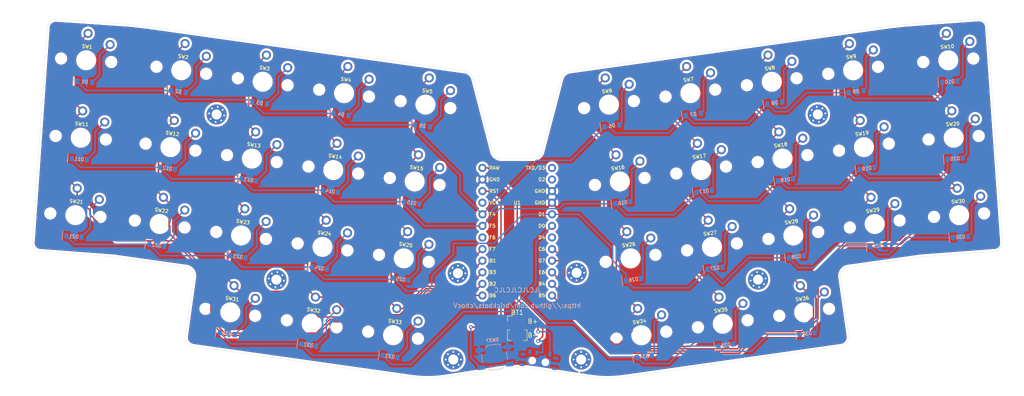
<source format=kicad_pcb>
(kicad_pcb (version 20171130) (host pcbnew "(5.1.12)-1")
  (layers (0 F.Cu signal) (31 B.Cu signal) (34 B.Paste user) (35 F.Paste user) (36 B.SilkS user) (37 F.SilkS user) (38 B.Mask user) (39 F.Mask user) (44 Edge.Cuts user))
  (net 0 "")
  (net 1 "Net-(D1-Pad2)")
  (net 2 row1)
  (net 3 "Net-(D2-Pad2)")
  (net 4 "Net-(D3-Pad2)")
  (net 5 "Net-(D4-Pad2)")
  (net 6 "Net-(D5-Pad2)")
  (net 7 "Net-(D6-Pad2)")
  (net 8 "Net-(D7-Pad2)")
  (net 9 "Net-(D8-Pad2)")
  (net 10 "Net-(D9-Pad2)")
  (net 11 "Net-(D10-Pad2)")
  (net 12 "Net-(D11-Pad2)")
  (net 13 row2)
  (net 14 "Net-(D12-Pad2)")
  (net 15 "Net-(D13-Pad2)")
  (net 16 "Net-(D14-Pad2)")
  (net 17 "Net-(D15-Pad2)")
  (net 18 "Net-(D16-Pad2)")
  (net 19 "Net-(D17-Pad2)")
  (net 20 "Net-(D18-Pad2)")
  (net 21 "Net-(D19-Pad2)")
  (net 22 "Net-(D20-Pad2)")
  (net 23 "Net-(D21-Pad2)")
  (net 24 row3)
  (net 25 "Net-(D22-Pad2)")
  (net 26 "Net-(D23-Pad2)")
  (net 27 "Net-(D24-Pad2)")
  (net 28 "Net-(D25-Pad2)")
  (net 29 "Net-(D26-Pad2)")
  (net 30 "Net-(D27-Pad2)")
  (net 31 "Net-(D28-Pad2)")
  (net 32 "Net-(D29-Pad2)")
  (net 33 "Net-(D30-Pad2)")
  (net 34 "Net-(D31-Pad2)")
  (net 35 row4)
  (net 36 "Net-(D32-Pad2)")
  (net 37 "Net-(D33-Pad2)")
  (net 38 "Net-(D34-Pad2)")
  (net 39 "Net-(D35-Pad2)")
  (net 40 "Net-(D36-Pad2)")
  (net 41 "Net-(H1-Pad1)")
  (net 42 "Net-(H2-Pad1)")
  (net 43 "Net-(H3-Pad1)")
  (net 44 "Net-(H4-Pad1)")
  (net 45 "Net-(H5-Pad1)")
  (net 46 "Net-(H6-Pad1)")
  (net 47 "Net-(H7-Pad1)")
  (net 48 "Net-(H8-Pad1)")
  (net 49 col1)
  (net 50 col2)
  (net 51 col3)
  (net 52 col4)
  (net 53 col5)
  (net 54 col6)
  (net 55 col7)
  (net 56 col8)
  (net 57 col9)
  (net 58 col10)
  (net 59 reset)
  (net 60 "Net-(U1-Pad1)")
  (net 61 "Net-(U1-Pad2)")
  (net 62 VCC)
  (net 63 "Net-(U1-Pad7)")
  (net 64 "Net-(U1-Pad18)")
  (net 65 ground)
  (net 66 raw)
  (net 67 "Net-(BT1-Pad1)")
  (module other:battery_pads (layer F.Cu) (at 110 84.61)
    (fp_text reference BT1 (at 0 -1.905) (layer F.SilkS))
    (fp_text value Battery_Cell)
    (fp_text user B- (at 3.429 3.048) (layer F.SilkS))
    (fp_text user B+ (at 3.429 0) (layer F.SilkS))
    (pad 2 smd oval (at 0 3) (size 2.5 2) (layers F.Cu F.Paste F.Mask) (net 65 ground))
    (pad 1 smd oval (at 0 0) (size 2.5 2) (layers F.Cu F.Paste F.Mask) (net 67 "Net-(BT1-Pad1)"))
  )
  (module other:SW_SPST_TL3342 (layer B.Cu) (at 105.047 92.484 187)
    (fp_text reference SW37 (at 0 3.75 7) (layer B.SilkS) (effects (font (size 0.7 0.7)) (justify mirror)))
    (fp_text value "Reset Switch")
    (pad 1 smd rect (at -3.15 1.9 187) (size 1.7 1) (layers B.Cu B.Paste B.Mask) (net 65 ground))
    (pad 1 smd rect (at 3.15 1.9 187) (size 1.7 1) (layers B.Cu B.Paste B.Mask) (net 65 ground))
    (pad 2 smd rect (at -3.15 -1.9 187) (size 1.7 1) (layers B.Cu B.Paste B.Mask) (net 59 reset))
    (pad 2 smd rect (at 3.15 -1.9 187) (size 1.7 1) (layers B.Cu B.Paste B.Mask) (net 59 reset))
  )
  (module other:switch_MSK-12C02_smd (layer B.Cu) (at 114.572 94.77 83)
    (fp_text reference SW38)
    (fp_text value Switch_SW_DIP_x01)
    (pad "" smd rect (at 0.207 3.6 353) (size 1 0.6) (layers B.Cu B.Paste B.Mask))
    (pad 1 smd rect (at 3.2 2.2 263) (size 1 0.6) (layers B.Cu B.Paste B.Mask) (net 67 "Net-(BT1-Pad1)"))
    (pad 3 smd rect (at 3.2 -2.2 263) (size 1 0.6) (layers B.Cu B.Paste B.Mask))
    (pad 2 smd rect (at 3.2 -0.7 263) (size 1 0.6) (layers B.Cu B.Paste B.Mask) (net 66 raw))
    (pad "" np_thru_hole circle (at 1.35 -1.45 263) (size 0.7 0.7) (drill 0.7) (layers *.Cu *.Mask))
    (pad "" np_thru_hole circle (at 1.35 1.45 263) (size 0.7 0.7) (drill 0.7) (layers *.Cu *.Mask))
    (pad "" smd rect (at 2.493 3.6 353) (size 1.1 0.6) (layers B.Cu B.Paste B.Mask))
    (pad "" smd rect (at 0.207 -3.6 353) (size 1.1 0.6) (layers B.Cu B.Paste B.Mask))
    (pad "" smd rect (at 2.493 -3.6 353) (size 1 0.6) (layers B.Cu B.Paste B.Mask))
  )
  (module Horizon:SW_Choc (layer F.Cu) (at 137.193212 87.668392 8)
    (fp_text reference SW34 (at 0 -3 8) (layer F.SilkS) (effects (font (size 0.75 0.75))))
    (fp_text value SW_Push)
    (pad "" np_thru_hole circle (at 5.5 0 8) (size 1.7 1.7) (drill 1.7) (layers *.Cu *.Mask))
    (pad "" np_thru_hole circle (at -5.5 0 8) (size 1.7 1.7) (drill 1.7) (layers *.Cu *.Mask))
    (pad 1 thru_hole circle (at 0 -5.9 8) (size 2 2) (drill 1.2) (layers *.Cu *.Mask) (net 54 col6))
    (pad 2 thru_hole circle (at 5 -3.8 8) (size 2 2) (drill 1.2) (layers *.Cu *.Mask) (net 38 "Net-(D34-Pad2)"))
    (pad "" np_thru_hole circle (at 0 0 8) (size 3.4 3.4) (drill 3.4) (layers *.Cu *.Mask))
  )
  (module Horizon:SW_Choc (layer F.Cu) (at 172.842863 82.658161 8)
    (fp_text reference SW36 (at 0 -3 8) (layer F.SilkS) (effects (font (size 0.75 0.75))))
    (fp_text value SW_Push)
    (pad "" np_thru_hole circle (at 5.5 0 8) (size 1.7 1.7) (drill 1.7) (layers *.Cu *.Mask))
    (pad "" np_thru_hole circle (at -5.5 0 8) (size 1.7 1.7) (drill 1.7) (layers *.Cu *.Mask))
    (pad 1 thru_hole circle (at 0 -5.9 8) (size 2 2) (drill 1.2) (layers *.Cu *.Mask) (net 56 col8))
    (pad 2 thru_hole circle (at 5 -3.8 8) (size 2 2) (drill 1.2) (layers *.Cu *.Mask) (net 40 "Net-(D36-Pad2)"))
    (pad "" np_thru_hole circle (at 0 0 8) (size 3.4 3.4) (drill 3.4) (layers *.Cu *.Mask))
  )
  (module Horizon:SW_Choc (layer F.Cu) (at 155.018037 85.163276 8)
    (fp_text reference SW35 (at 0 -3 8) (layer F.SilkS) (effects (font (size 0.75 0.75))))
    (fp_text value SW_Push)
    (pad "" np_thru_hole circle (at 5.5 0 8) (size 1.7 1.7) (drill 1.7) (layers *.Cu *.Mask))
    (pad "" np_thru_hole circle (at -5.5 0 8) (size 1.7 1.7) (drill 1.7) (layers *.Cu *.Mask))
    (pad 1 thru_hole circle (at 0 -5.9 8) (size 2 2) (drill 1.2) (layers *.Cu *.Mask) (net 55 col7))
    (pad 2 thru_hole circle (at 5 -3.8 8) (size 2 2) (drill 1.2) (layers *.Cu *.Mask) (net 39 "Net-(D35-Pad2)"))
    (pad "" np_thru_hole circle (at 0 0 8) (size 3.4 3.4) (drill 3.4) (layers *.Cu *.Mask))
  )
  (module Horizon:SW_Choc (layer F.Cu) (at 134.827269 70.833835 8)
    (fp_text reference SW26 (at 0 -3 8) (layer F.SilkS) (effects (font (size 0.75 0.75))))
    (fp_text value SW_Push)
    (pad "" np_thru_hole circle (at 5.5 0 8) (size 1.7 1.7) (drill 1.7) (layers *.Cu *.Mask))
    (pad "" np_thru_hole circle (at -5.5 0 8) (size 1.7 1.7) (drill 1.7) (layers *.Cu *.Mask))
    (pad 1 thru_hole circle (at 0 -5.9 8) (size 2 2) (drill 1.2) (layers *.Cu *.Mask) (net 54 col6))
    (pad 2 thru_hole circle (at 5 -3.8 8) (size 2 2) (drill 1.2) (layers *.Cu *.Mask) (net 29 "Net-(D26-Pad2)"))
    (pad "" np_thru_hole circle (at 0 0 8) (size 3.4 3.4) (drill 3.4) (layers *.Cu *.Mask))
  )
  (module Horizon:SW_Choc (layer F.Cu) (at 170.47692 65.823603 8)
    (fp_text reference SW28 (at 0 -3 8) (layer F.SilkS) (effects (font (size 0.75 0.75))))
    (fp_text value SW_Push)
    (pad "" np_thru_hole circle (at 5.5 0 8) (size 1.7 1.7) (drill 1.7) (layers *.Cu *.Mask))
    (pad "" np_thru_hole circle (at -5.5 0 8) (size 1.7 1.7) (drill 1.7) (layers *.Cu *.Mask))
    (pad 1 thru_hole circle (at 0 -5.9 8) (size 2 2) (drill 1.2) (layers *.Cu *.Mask) (net 56 col8))
    (pad 2 thru_hole circle (at 5 -3.8 8) (size 2 2) (drill 1.2) (layers *.Cu *.Mask) (net 31 "Net-(D28-Pad2)"))
    (pad "" np_thru_hole circle (at 0 0 8) (size 3.4 3.4) (drill 3.4) (layers *.Cu *.Mask))
  )
  (module Horizon:Pro-Micro (layer F.Cu) (at 110 47)
    (fp_text reference U1 (at 0 11.65) (layer F.SilkS) (effects (font (size 0.75 0.75))))
    (fp_text value Pro-Micro hide)
    (fp_text user B2 (at -6.2 29.43) (layer F.SilkS) (effects (font (size 0.75 0.75)) (justify left)))
    (fp_text user F7 (at -6.2 21.81) (layer F.SilkS) (effects (font (size 0.75 0.75)) (justify left)))
    (fp_text user F6 (at -6.2 19.27) (layer F.SilkS) (effects (font (size 0.75 0.75)) (justify left)))
    (fp_text user F5 (at -6.2 16.73) (layer F.SilkS) (effects (font (size 0.75 0.75)) (justify left)))
    (fp_text user RAW (at -6.2 4.03) (layer F.SilkS) (effects (font (size 0.75 0.75)) (justify left)))
    (fp_text user GND (at -6.2 6.57) (layer F.SilkS) (effects (font (size 0.75 0.75)) (justify left)))
    (fp_text user VCC (at -6.2 11.65) (layer F.SilkS) (effects (font (size 0.75 0.75)) (justify left)))
    (fp_text user F4 (at -6.2 14.19) (layer F.SilkS) (effects (font (size 0.75 0.75)) (justify left)))
    (fp_text user B1 (at -6.2 24.35) (layer F.SilkS) (effects (font (size 0.75 0.75)) (justify left)))
    (fp_text user B3 (at -6.2 26.89) (layer F.SilkS) (effects (font (size 0.75 0.75)) (justify left)))
    (fp_text user B6 (at -6.2 31.97) (layer F.SilkS) (effects (font (size 0.75 0.75)) (justify left)))
    (fp_text user B5 (at 6.2 31.97) (layer F.SilkS) (effects (font (size 0.75 0.75)) (justify right)))
    (fp_text user B4 (at 6.2 29.43) (layer F.SilkS) (effects (font (size 0.75 0.75)) (justify right)))
    (fp_text user E6 (at 6.2 26.89) (layer F.SilkS) (effects (font (size 0.75 0.75)) (justify right)))
    (fp_text user D7 (at 6.2 24.35) (layer F.SilkS) (effects (font (size 0.75 0.75)) (justify right)))
    (fp_text user C6 (at 6.2 21.81) (layer F.SilkS) (effects (font (size 0.75 0.75)) (justify right)))
    (fp_text user D4 (at 6.2 19.27) (layer F.SilkS) (effects (font (size 0.75 0.75)) (justify right)))
    (fp_text user GND (at 6.2 9.11) (layer F.SilkS) (effects (font (size 0.75 0.75)) (justify right)))
    (fp_text user GND (at 6.2 11.65) (layer F.SilkS) (effects (font (size 0.75 0.75)) (justify right)))
    (fp_text user D1 (at 6.2 14.19) (layer F.SilkS) (effects (font (size 0.75 0.75)) (justify right)))
    (fp_text user D0 (at 6.2 16.73) (layer F.SilkS) (effects (font (size 0.75 0.75)) (justify right)))
    (fp_text user D2 (at 6.2 6.57) (layer F.SilkS) (effects (font (size 0.75 0.75)) (justify right)))
    (fp_text user TX0/D3 (at 6.2 4.03) (layer F.SilkS) (effects (font (size 0.75 0.75)) (justify right)))
    (fp_text user RST (at -6.2 9.11) (layer F.SilkS) (effects (font (size 0.75 0.75)) (justify left)))
    (pad 1 thru_hole circle (at 7.62 4.03) (size 1.8 1.8) (drill 1) (layers *.Cu *.Mask) (net 60 "Net-(U1-Pad1)"))
    (pad 2 thru_hole circle (at 7.62 6.57) (size 1.8 1.8) (drill 1) (layers *.Cu *.Mask) (net 61 "Net-(U1-Pad2)"))
    (pad 3 thru_hole circle (at 7.62 9.11) (size 1.8 1.8) (drill 1) (layers *.Cu *.Mask) (net 65 ground))
    (pad 4 thru_hole circle (at 7.62 11.65) (size 1.8 1.8) (drill 1) (layers *.Cu *.Mask) (net 65 ground))
    (pad 5 thru_hole circle (at 7.62 14.19) (size 1.8 1.8) (drill 1) (layers *.Cu *.Mask) (net 24 row3))
    (pad 6 thru_hole circle (at 7.62 16.73) (size 1.8 1.8) (drill 1) (layers *.Cu *.Mask) (net 35 row4))
    (pad 7 thru_hole circle (at 7.62 19.27) (size 1.8 1.8) (drill 1) (layers *.Cu *.Mask) (net 63 "Net-(U1-Pad7)"))
    (pad 8 thru_hole circle (at 7.62 21.81) (size 1.8 1.8) (drill 1) (layers *.Cu *.Mask) (net 54 col6))
    (pad 9 thru_hole circle (at 7.62 24.35) (size 1.8 1.8) (drill 1) (layers *.Cu *.Mask) (net 55 col7))
    (pad 10 thru_hole circle (at 7.62 26.89) (size 1.8 1.8) (drill 1) (layers *.Cu *.Mask) (net 56 col8))
    (pad 11 thru_hole circle (at 7.62 29.43) (size 1.8 1.8) (drill 1) (layers *.Cu *.Mask) (net 57 col9))
    (pad 13 thru_hole circle (at -7.62 31.97) (size 1.8 1.8) (drill 1) (layers *.Cu *.Mask) (net 49 col1))
    (pad 14 thru_hole circle (at -7.62 29.43) (size 1.8 1.8) (drill 1) (layers *.Cu *.Mask) (net 50 col2))
    (pad 15 thru_hole circle (at -7.62 26.89) (size 1.8 1.8) (drill 1) (layers *.Cu *.Mask) (net 51 col3))
    (pad 16 thru_hole circle (at -7.62 24.35) (size 1.8 1.8) (drill 1) (layers *.Cu *.Mask) (net 52 col4))
    (pad 17 thru_hole circle (at -7.62 21.81) (size 1.8 1.8) (drill 1) (layers *.Cu *.Mask) (net 53 col5))
    (pad 18 thru_hole circle (at -7.62 19.27 270) (size 1.8 1.8) (drill 1) (layers *.Cu *.Mask) (net 64 "Net-(U1-Pad18)"))
    (pad 19 thru_hole circle (at -7.62 16.73) (size 1.8 1.8) (drill 1) (layers *.Cu *.Mask) (net 13 row2))
    (pad 20 thru_hole circle (at -7.62 14.19) (size 1.8 1.8) (drill 1) (layers *.Cu *.Mask) (net 2 row1))
    (pad 21 thru_hole circle (at -7.62 11.65) (size 1.8 1.8) (drill 1) (layers *.Cu *.Mask) (net 62 VCC))
    (pad 22 thru_hole circle (at -7.62 9.11) (size 1.8 1.8) (drill 1) (layers *.Cu *.Mask) (net 59 reset))
    (pad 23 thru_hole circle (at -7.62 6.57) (size 1.8 1.8) (drill 1) (layers *.Cu *.Mask) (net 65 ground))
    (pad 12 thru_hole circle (at 7.62 31.97) (size 1.8 1.8) (drill 1) (layers *.Cu *.Mask) (net 58 col10))
    (pad 24 thru_hole circle (at -7.62 4.03) (size 1.8 1.8) (drill 1) (layers *.Cu *.Mask) (net 66 raw))
  )
  (module Horizon:SW_Choc (layer F.Cu) (at 82.806788 87.668392 352)
    (fp_text reference SW33 (at 0 -3 172) (layer F.SilkS) (effects (font (size 0.75 0.75))))
    (fp_text value SW_Push)
    (pad "" np_thru_hole circle (at 5.5 0 352) (size 1.7 1.7) (drill 1.7) (layers *.Cu *.Mask))
    (pad "" np_thru_hole circle (at -5.5 0 352) (size 1.7 1.7) (drill 1.7) (layers *.Cu *.Mask))
    (pad 1 thru_hole circle (at 0 -5.9 352) (size 2 2) (drill 1.2) (layers *.Cu *.Mask) (net 53 col5))
    (pad 2 thru_hole circle (at 5 -3.8 352) (size 2 2) (drill 1.2) (layers *.Cu *.Mask) (net 37 "Net-(D33-Pad2)"))
    (pad "" np_thru_hole circle (at 0 0 352) (size 3.4 3.4) (drill 3.4) (layers *.Cu *.Mask))
  )
  (module Horizon:SW_Choc (layer F.Cu) (at 64.981963 85.163276 352)
    (fp_text reference SW32 (at 0 -3 172) (layer F.SilkS) (effects (font (size 0.75 0.75))))
    (fp_text value SW_Push)
    (pad "" np_thru_hole circle (at 5.5 0 352) (size 1.7 1.7) (drill 1.7) (layers *.Cu *.Mask))
    (pad "" np_thru_hole circle (at -5.5 0 352) (size 1.7 1.7) (drill 1.7) (layers *.Cu *.Mask))
    (pad 1 thru_hole circle (at 0 -5.9 352) (size 2 2) (drill 1.2) (layers *.Cu *.Mask) (net 52 col4))
    (pad 2 thru_hole circle (at 5 -3.8 352) (size 2 2) (drill 1.2) (layers *.Cu *.Mask) (net 36 "Net-(D32-Pad2)"))
    (pad "" np_thru_hole circle (at 0 0 352) (size 3.4 3.4) (drill 3.4) (layers *.Cu *.Mask))
  )
  (module Horizon:SW_Choc (layer F.Cu) (at 47.157137 82.658161 352)
    (fp_text reference SW31 (at 0 -3 172) (layer F.SilkS) (effects (font (size 0.75 0.75))))
    (fp_text value SW_Push)
    (pad "" np_thru_hole circle (at 5.5 0 352) (size 1.7 1.7) (drill 1.7) (layers *.Cu *.Mask))
    (pad "" np_thru_hole circle (at -5.5 0 352) (size 1.7 1.7) (drill 1.7) (layers *.Cu *.Mask))
    (pad 1 thru_hole circle (at 0 -5.9 352) (size 2 2) (drill 1.2) (layers *.Cu *.Mask) (net 51 col3))
    (pad 2 thru_hole circle (at 5 -3.8 352) (size 2 2) (drill 1.2) (layers *.Cu *.Mask) (net 34 "Net-(D31-Pad2)"))
    (pad "" np_thru_hole circle (at 0 0 352) (size 3.4 3.4) (drill 3.4) (layers *.Cu *.Mask))
  )
  (module Horizon:SW_Choc (layer F.Cu) (at 206.782275 61.376106 4)
    (fp_text reference SW30 (at 0 -3 4) (layer F.SilkS) (effects (font (size 0.75 0.75))))
    (fp_text value SW_Push)
    (pad "" np_thru_hole circle (at 5.5 0 4) (size 1.7 1.7) (drill 1.7) (layers *.Cu *.Mask))
    (pad "" np_thru_hole circle (at -5.5 0 4) (size 1.7 1.7) (drill 1.7) (layers *.Cu *.Mask))
    (pad 1 thru_hole circle (at 0 -5.9 4) (size 2 2) (drill 1.2) (layers *.Cu *.Mask) (net 58 col10))
    (pad 2 thru_hole circle (at 5 -3.8 4) (size 2 2) (drill 1.2) (layers *.Cu *.Mask) (net 33 "Net-(D30-Pad2)"))
    (pad "" np_thru_hole circle (at 0 0 4) (size 3.4 3.4) (drill 3.4) (layers *.Cu *.Mask))
  )
  (module Horizon:SW_Choc (layer F.Cu) (at 188.301745 63.318488 8)
    (fp_text reference SW29 (at 0 -3 8) (layer F.SilkS) (effects (font (size 0.75 0.75))))
    (fp_text value SW_Push)
    (pad "" np_thru_hole circle (at 5.5 0 8) (size 1.7 1.7) (drill 1.7) (layers *.Cu *.Mask))
    (pad "" np_thru_hole circle (at -5.5 0 8) (size 1.7 1.7) (drill 1.7) (layers *.Cu *.Mask))
    (pad 1 thru_hole circle (at 0 -5.9 8) (size 2 2) (drill 1.2) (layers *.Cu *.Mask) (net 57 col9))
    (pad 2 thru_hole circle (at 5 -3.8 8) (size 2 2) (drill 1.2) (layers *.Cu *.Mask) (net 32 "Net-(D29-Pad2)"))
    (pad "" np_thru_hole circle (at 0 0 8) (size 3.4 3.4) (drill 3.4) (layers *.Cu *.Mask))
  )
  (module Horizon:SW_Choc (layer F.Cu) (at 152.652095 68.328719 8)
    (fp_text reference SW27 (at 0 -3 8) (layer F.SilkS) (effects (font (size 0.75 0.75))))
    (fp_text value SW_Push)
    (pad "" np_thru_hole circle (at 5.5 0 8) (size 1.7 1.7) (drill 1.7) (layers *.Cu *.Mask))
    (pad "" np_thru_hole circle (at -5.5 0 8) (size 1.7 1.7) (drill 1.7) (layers *.Cu *.Mask))
    (pad 1 thru_hole circle (at 0 -5.9 8) (size 2 2) (drill 1.2) (layers *.Cu *.Mask) (net 55 col7))
    (pad 2 thru_hole circle (at 5 -3.8 8) (size 2 2) (drill 1.2) (layers *.Cu *.Mask) (net 30 "Net-(D27-Pad2)"))
    (pad "" np_thru_hole circle (at 0 0 8) (size 3.4 3.4) (drill 3.4) (layers *.Cu *.Mask))
  )
  (module Horizon:SW_Choc (layer F.Cu) (at 85.172731 70.833835 352)
    (fp_text reference SW25 (at 0 -3 172) (layer F.SilkS) (effects (font (size 0.75 0.75))))
    (fp_text value SW_Push)
    (pad "" np_thru_hole circle (at 5.5 0 352) (size 1.7 1.7) (drill 1.7) (layers *.Cu *.Mask))
    (pad "" np_thru_hole circle (at -5.5 0 352) (size 1.7 1.7) (drill 1.7) (layers *.Cu *.Mask))
    (pad 1 thru_hole circle (at 0 -5.9 352) (size 2 2) (drill 1.2) (layers *.Cu *.Mask) (net 53 col5))
    (pad 2 thru_hole circle (at 5 -3.8 352) (size 2 2) (drill 1.2) (layers *.Cu *.Mask) (net 28 "Net-(D25-Pad2)"))
    (pad "" np_thru_hole circle (at 0 0 352) (size 3.4 3.4) (drill 3.4) (layers *.Cu *.Mask))
  )
  (module Horizon:SW_Choc (layer F.Cu) (at 67.347905 68.328719 352)
    (fp_text reference SW24 (at 0 -3 172) (layer F.SilkS) (effects (font (size 0.75 0.75))))
    (fp_text value SW_Push)
    (pad "" np_thru_hole circle (at 5.5 0 352) (size 1.7 1.7) (drill 1.7) (layers *.Cu *.Mask))
    (pad "" np_thru_hole circle (at -5.5 0 352) (size 1.7 1.7) (drill 1.7) (layers *.Cu *.Mask))
    (pad 1 thru_hole circle (at 0 -5.9 352) (size 2 2) (drill 1.2) (layers *.Cu *.Mask) (net 52 col4))
    (pad 2 thru_hole circle (at 5 -3.8 352) (size 2 2) (drill 1.2) (layers *.Cu *.Mask) (net 27 "Net-(D24-Pad2)"))
    (pad "" np_thru_hole circle (at 0 0 352) (size 3.4 3.4) (drill 3.4) (layers *.Cu *.Mask))
  )
  (module Horizon:SW_Choc (layer F.Cu) (at 49.52308 65.823603 352)
    (fp_text reference SW23 (at 0 -3 172) (layer F.SilkS) (effects (font (size 0.75 0.75))))
    (fp_text value SW_Push)
    (pad "" np_thru_hole circle (at 5.5 0 352) (size 1.7 1.7) (drill 1.7) (layers *.Cu *.Mask))
    (pad "" np_thru_hole circle (at -5.5 0 352) (size 1.7 1.7) (drill 1.7) (layers *.Cu *.Mask))
    (pad 1 thru_hole circle (at 0 -5.9 352) (size 2 2) (drill 1.2) (layers *.Cu *.Mask) (net 51 col3))
    (pad 2 thru_hole circle (at 5 -3.8 352) (size 2 2) (drill 1.2) (layers *.Cu *.Mask) (net 26 "Net-(D23-Pad2)"))
    (pad "" np_thru_hole circle (at 0 0 352) (size 3.4 3.4) (drill 3.4) (layers *.Cu *.Mask))
  )
  (module Horizon:SW_Choc (layer F.Cu) (at 31.698255 63.318488 352)
    (fp_text reference SW22 (at 0 -3 172) (layer F.SilkS) (effects (font (size 0.75 0.75))))
    (fp_text value SW_Push)
    (pad "" np_thru_hole circle (at 5.5 0 352) (size 1.7 1.7) (drill 1.7) (layers *.Cu *.Mask))
    (pad "" np_thru_hole circle (at -5.5 0 352) (size 1.7 1.7) (drill 1.7) (layers *.Cu *.Mask))
    (pad 1 thru_hole circle (at 0 -5.9 352) (size 2 2) (drill 1.2) (layers *.Cu *.Mask) (net 50 col2))
    (pad 2 thru_hole circle (at 5 -3.8 352) (size 2 2) (drill 1.2) (layers *.Cu *.Mask) (net 25 "Net-(D22-Pad2)"))
    (pad "" np_thru_hole circle (at 0 0 352) (size 3.4 3.4) (drill 3.4) (layers *.Cu *.Mask))
  )
  (module Horizon:SW_Choc (layer F.Cu) (at 13.217725 61.376106 356)
    (fp_text reference SW21 (at 0 -3 176) (layer F.SilkS) (effects (font (size 0.75 0.75))))
    (fp_text value SW_Push)
    (pad "" np_thru_hole circle (at 5.5 0 356) (size 1.7 1.7) (drill 1.7) (layers *.Cu *.Mask))
    (pad "" np_thru_hole circle (at -5.5 0 356) (size 1.7 1.7) (drill 1.7) (layers *.Cu *.Mask))
    (pad 1 thru_hole circle (at 0 -5.9 356) (size 2 2) (drill 1.2) (layers *.Cu *.Mask) (net 49 col1))
    (pad 2 thru_hole circle (at 5 -3.8 356) (size 2 2) (drill 1.2) (layers *.Cu *.Mask) (net 23 "Net-(D21-Pad2)"))
    (pad "" np_thru_hole circle (at 0 0 356) (size 3.4 3.4) (drill 3.4) (layers *.Cu *.Mask))
  )
  (module Horizon:SW_Choc (layer F.Cu) (at 205.596416 44.417517 4)
    (fp_text reference SW20 (at 0 -3 4) (layer F.SilkS) (effects (font (size 0.75 0.75))))
    (fp_text value SW_Push)
    (pad "" np_thru_hole circle (at 5.5 0 4) (size 1.7 1.7) (drill 1.7) (layers *.Cu *.Mask))
    (pad "" np_thru_hole circle (at -5.5 0 4) (size 1.7 1.7) (drill 1.7) (layers *.Cu *.Mask))
    (pad 1 thru_hole circle (at 0 -5.9 4) (size 2 2) (drill 1.2) (layers *.Cu *.Mask) (net 58 col10))
    (pad 2 thru_hole circle (at 5 -3.8 4) (size 2 2) (drill 1.2) (layers *.Cu *.Mask) (net 22 "Net-(D20-Pad2)"))
    (pad "" np_thru_hole circle (at 0 0 4) (size 3.4 3.4) (drill 3.4) (layers *.Cu *.Mask))
  )
  (module Horizon:SW_Choc (layer F.Cu) (at 185.935802 46.48393 8)
    (fp_text reference SW19 (at 0 -3 8) (layer F.SilkS) (effects (font (size 0.75 0.75))))
    (fp_text value SW_Push)
    (pad "" np_thru_hole circle (at 5.5 0 8) (size 1.7 1.7) (drill 1.7) (layers *.Cu *.Mask))
    (pad "" np_thru_hole circle (at -5.5 0 8) (size 1.7 1.7) (drill 1.7) (layers *.Cu *.Mask))
    (pad 1 thru_hole circle (at 0 -5.9 8) (size 2 2) (drill 1.2) (layers *.Cu *.Mask) (net 57 col9))
    (pad 2 thru_hole circle (at 5 -3.8 8) (size 2 2) (drill 1.2) (layers *.Cu *.Mask) (net 21 "Net-(D19-Pad2)"))
    (pad "" np_thru_hole circle (at 0 0 8) (size 3.4 3.4) (drill 3.4) (layers *.Cu *.Mask))
  )
  (module Horizon:SW_Choc (layer F.Cu) (at 168.110977 48.989046 8)
    (fp_text reference SW18 (at 0 -3 8) (layer F.SilkS) (effects (font (size 0.75 0.75))))
    (fp_text value SW_Push)
    (pad "" np_thru_hole circle (at 5.5 0 8) (size 1.7 1.7) (drill 1.7) (layers *.Cu *.Mask))
    (pad "" np_thru_hole circle (at -5.5 0 8) (size 1.7 1.7) (drill 1.7) (layers *.Cu *.Mask))
    (pad 1 thru_hole circle (at 0 -5.9 8) (size 2 2) (drill 1.2) (layers *.Cu *.Mask) (net 56 col8))
    (pad 2 thru_hole circle (at 5 -3.8 8) (size 2 2) (drill 1.2) (layers *.Cu *.Mask) (net 20 "Net-(D18-Pad2)"))
    (pad "" np_thru_hole circle (at 0 0 8) (size 3.4 3.4) (drill 3.4) (layers *.Cu *.Mask))
  )
  (module Horizon:SW_Choc (layer F.Cu) (at 150.286152 51.494162 8)
    (fp_text reference SW17 (at 0 -3 8) (layer F.SilkS) (effects (font (size 0.75 0.75))))
    (fp_text value SW_Push)
    (pad "" np_thru_hole circle (at 5.5 0 8) (size 1.7 1.7) (drill 1.7) (layers *.Cu *.Mask))
    (pad "" np_thru_hole circle (at -5.5 0 8) (size 1.7 1.7) (drill 1.7) (layers *.Cu *.Mask))
    (pad 1 thru_hole circle (at 0 -5.9 8) (size 2 2) (drill 1.2) (layers *.Cu *.Mask) (net 55 col7))
    (pad 2 thru_hole circle (at 5 -3.8 8) (size 2 2) (drill 1.2) (layers *.Cu *.Mask) (net 19 "Net-(D17-Pad2)"))
    (pad "" np_thru_hole circle (at 0 0 8) (size 3.4 3.4) (drill 3.4) (layers *.Cu *.Mask))
  )
  (module Horizon:SW_Choc (layer F.Cu) (at 132.461327 53.999278 8)
    (fp_text reference SW16 (at 0 -3 8) (layer F.SilkS) (effects (font (size 0.75 0.75))))
    (fp_text value SW_Push)
    (pad "" np_thru_hole circle (at 5.5 0 8) (size 1.7 1.7) (drill 1.7) (layers *.Cu *.Mask))
    (pad "" np_thru_hole circle (at -5.5 0 8) (size 1.7 1.7) (drill 1.7) (layers *.Cu *.Mask))
    (pad 1 thru_hole circle (at 0 -5.9 8) (size 2 2) (drill 1.2) (layers *.Cu *.Mask) (net 54 col6))
    (pad 2 thru_hole circle (at 5 -3.8 8) (size 2 2) (drill 1.2) (layers *.Cu *.Mask) (net 18 "Net-(D16-Pad2)"))
    (pad "" np_thru_hole circle (at 0 0 8) (size 3.4 3.4) (drill 3.4) (layers *.Cu *.Mask))
  )
  (module Horizon:SW_Choc (layer F.Cu) (at 87.538673 53.999278 352)
    (fp_text reference SW15 (at 0 -3 172) (layer F.SilkS) (effects (font (size 0.75 0.75))))
    (fp_text value SW_Push)
    (pad "" np_thru_hole circle (at 5.5 0 352) (size 1.7 1.7) (drill 1.7) (layers *.Cu *.Mask))
    (pad "" np_thru_hole circle (at -5.5 0 352) (size 1.7 1.7) (drill 1.7) (layers *.Cu *.Mask))
    (pad 1 thru_hole circle (at 0 -5.9 352) (size 2 2) (drill 1.2) (layers *.Cu *.Mask) (net 53 col5))
    (pad 2 thru_hole circle (at 5 -3.8 352) (size 2 2) (drill 1.2) (layers *.Cu *.Mask) (net 17 "Net-(D15-Pad2)"))
    (pad "" np_thru_hole circle (at 0 0 352) (size 3.4 3.4) (drill 3.4) (layers *.Cu *.Mask))
  )
  (module Horizon:SW_Choc (layer F.Cu) (at 69.713848 51.494162 352)
    (fp_text reference SW14 (at 0 -3 172) (layer F.SilkS) (effects (font (size 0.75 0.75))))
    (fp_text value SW_Push)
    (pad "" np_thru_hole circle (at 5.5 0 352) (size 1.7 1.7) (drill 1.7) (layers *.Cu *.Mask))
    (pad "" np_thru_hole circle (at -5.5 0 352) (size 1.7 1.7) (drill 1.7) (layers *.Cu *.Mask))
    (pad 1 thru_hole circle (at 0 -5.9 352) (size 2 2) (drill 1.2) (layers *.Cu *.Mask) (net 52 col4))
    (pad 2 thru_hole circle (at 5 -3.8 352) (size 2 2) (drill 1.2) (layers *.Cu *.Mask) (net 16 "Net-(D14-Pad2)"))
    (pad "" np_thru_hole circle (at 0 0 352) (size 3.4 3.4) (drill 3.4) (layers *.Cu *.Mask))
  )
  (module Horizon:SW_Choc (layer F.Cu) (at 51.889023 48.989046 352)
    (fp_text reference SW13 (at 0 -3 172) (layer F.SilkS) (effects (font (size 0.75 0.75))))
    (fp_text value SW_Push)
    (pad "" np_thru_hole circle (at 5.5 0 352) (size 1.7 1.7) (drill 1.7) (layers *.Cu *.Mask))
    (pad "" np_thru_hole circle (at -5.5 0 352) (size 1.7 1.7) (drill 1.7) (layers *.Cu *.Mask))
    (pad 1 thru_hole circle (at 0 -5.9 352) (size 2 2) (drill 1.2) (layers *.Cu *.Mask) (net 51 col3))
    (pad 2 thru_hole circle (at 5 -3.8 352) (size 2 2) (drill 1.2) (layers *.Cu *.Mask) (net 15 "Net-(D13-Pad2)"))
    (pad "" np_thru_hole circle (at 0 0 352) (size 3.4 3.4) (drill 3.4) (layers *.Cu *.Mask))
  )
  (module Horizon:SW_Choc (layer F.Cu) (at 34.064198 46.48393 352)
    (fp_text reference SW12 (at 0 -3 172) (layer F.SilkS) (effects (font (size 0.75 0.75))))
    (fp_text value SW_Push)
    (pad "" np_thru_hole circle (at 5.5 0 352) (size 1.7 1.7) (drill 1.7) (layers *.Cu *.Mask))
    (pad "" np_thru_hole circle (at -5.5 0 352) (size 1.7 1.7) (drill 1.7) (layers *.Cu *.Mask))
    (pad 1 thru_hole circle (at 0 -5.9 352) (size 2 2) (drill 1.2) (layers *.Cu *.Mask) (net 50 col2))
    (pad 2 thru_hole circle (at 5 -3.8 352) (size 2 2) (drill 1.2) (layers *.Cu *.Mask) (net 14 "Net-(D12-Pad2)"))
    (pad "" np_thru_hole circle (at 0 0 352) (size 3.4 3.4) (drill 3.4) (layers *.Cu *.Mask))
  )
  (module Horizon:SW_Choc (layer F.Cu) (at 14.403584 44.417517 356)
    (fp_text reference SW11 (at 0 -3 176) (layer F.SilkS) (effects (font (size 0.75 0.75))))
    (fp_text value SW_Push)
    (pad "" np_thru_hole circle (at 5.5 0 356) (size 1.7 1.7) (drill 1.7) (layers *.Cu *.Mask))
    (pad "" np_thru_hole circle (at -5.5 0 356) (size 1.7 1.7) (drill 1.7) (layers *.Cu *.Mask))
    (pad 1 thru_hole circle (at 0 -5.9 356) (size 2 2) (drill 1.2) (layers *.Cu *.Mask) (net 49 col1))
    (pad 2 thru_hole circle (at 5 -3.8 356) (size 2 2) (drill 1.2) (layers *.Cu *.Mask) (net 12 "Net-(D11-Pad2)"))
    (pad "" np_thru_hole circle (at 0 0 356) (size 3.4 3.4) (drill 3.4) (layers *.Cu *.Mask))
  )
  (module Horizon:SW_Choc (layer F.Cu) (at 204.410556 27.458928 4)
    (fp_text reference SW10 (at 0 -3 4) (layer F.SilkS) (effects (font (size 0.75 0.75))))
    (fp_text value SW_Push)
    (pad "" np_thru_hole circle (at 5.5 0 4) (size 1.7 1.7) (drill 1.7) (layers *.Cu *.Mask))
    (pad "" np_thru_hole circle (at -5.5 0 4) (size 1.7 1.7) (drill 1.7) (layers *.Cu *.Mask))
    (pad 1 thru_hole circle (at 0 -5.9 4) (size 2 2) (drill 1.2) (layers *.Cu *.Mask) (net 58 col10))
    (pad 2 thru_hole circle (at 5 -3.8 4) (size 2 2) (drill 1.2) (layers *.Cu *.Mask) (net 11 "Net-(D10-Pad2)"))
    (pad "" np_thru_hole circle (at 0 0 4) (size 3.4 3.4) (drill 3.4) (layers *.Cu *.Mask))
  )
  (module Horizon:SW_Choc (layer F.Cu) (at 183.56986 29.649373 8)
    (fp_text reference SW9 (at 0 -3 8) (layer F.SilkS) (effects (font (size 0.75 0.75))))
    (fp_text value SW_Push)
    (pad "" np_thru_hole circle (at 5.5 0 8) (size 1.7 1.7) (drill 1.7) (layers *.Cu *.Mask))
    (pad "" np_thru_hole circle (at -5.5 0 8) (size 1.7 1.7) (drill 1.7) (layers *.Cu *.Mask))
    (pad 1 thru_hole circle (at 0 -5.9 8) (size 2 2) (drill 1.2) (layers *.Cu *.Mask) (net 57 col9))
    (pad 2 thru_hole circle (at 5 -3.8 8) (size 2 2) (drill 1.2) (layers *.Cu *.Mask) (net 10 "Net-(D9-Pad2)"))
    (pad "" np_thru_hole circle (at 0 0 8) (size 3.4 3.4) (drill 3.4) (layers *.Cu *.Mask))
  )
  (module Horizon:SW_Choc (layer F.Cu) (at 165.745034 32.154489 8)
    (fp_text reference SW8 (at 0 -3 8) (layer F.SilkS) (effects (font (size 0.75 0.75))))
    (fp_text value SW_Push)
    (pad "" np_thru_hole circle (at 5.5 0 8) (size 1.7 1.7) (drill 1.7) (layers *.Cu *.Mask))
    (pad "" np_thru_hole circle (at -5.5 0 8) (size 1.7 1.7) (drill 1.7) (layers *.Cu *.Mask))
    (pad 1 thru_hole circle (at 0 -5.9 8) (size 2 2) (drill 1.2) (layers *.Cu *.Mask) (net 56 col8))
    (pad 2 thru_hole circle (at 5 -3.8 8) (size 2 2) (drill 1.2) (layers *.Cu *.Mask) (net 9 "Net-(D8-Pad2)"))
    (pad "" np_thru_hole circle (at 0 0 8) (size 3.4 3.4) (drill 3.4) (layers *.Cu *.Mask))
  )
  (module Horizon:SW_Choc (layer F.Cu) (at 147.920209 34.659605 8)
    (fp_text reference SW7 (at 0 -3 8) (layer F.SilkS) (effects (font (size 0.75 0.75))))
    (fp_text value SW_Push)
    (pad "" np_thru_hole circle (at 5.5 0 8) (size 1.7 1.7) (drill 1.7) (layers *.Cu *.Mask))
    (pad "" np_thru_hole circle (at -5.5 0 8) (size 1.7 1.7) (drill 1.7) (layers *.Cu *.Mask))
    (pad 1 thru_hole circle (at 0 -5.9 8) (size 2 2) (drill 1.2) (layers *.Cu *.Mask) (net 55 col7))
    (pad 2 thru_hole circle (at 5 -3.8 8) (size 2 2) (drill 1.2) (layers *.Cu *.Mask) (net 8 "Net-(D7-Pad2)"))
    (pad "" np_thru_hole circle (at 0 0 8) (size 3.4 3.4) (drill 3.4) (layers *.Cu *.Mask))
  )
  (module Horizon:SW_Choc (layer F.Cu) (at 130.095384 37.164721 8)
    (fp_text reference SW6 (at 0 -3 8) (layer F.SilkS) (effects (font (size 0.75 0.75))))
    (fp_text value SW_Push)
    (pad "" np_thru_hole circle (at 5.5 0 8) (size 1.7 1.7) (drill 1.7) (layers *.Cu *.Mask))
    (pad "" np_thru_hole circle (at -5.5 0 8) (size 1.7 1.7) (drill 1.7) (layers *.Cu *.Mask))
    (pad 1 thru_hole circle (at 0 -5.9 8) (size 2 2) (drill 1.2) (layers *.Cu *.Mask) (net 54 col6))
    (pad 2 thru_hole circle (at 5 -3.8 8) (size 2 2) (drill 1.2) (layers *.Cu *.Mask) (net 7 "Net-(D6-Pad2)"))
    (pad "" np_thru_hole circle (at 0 0 8) (size 3.4 3.4) (drill 3.4) (layers *.Cu *.Mask))
  )
  (module Horizon:SW_Choc (layer F.Cu) (at 89.904616 37.164721 352)
    (fp_text reference SW5 (at 0 -3 172) (layer F.SilkS) (effects (font (size 0.75 0.75))))
    (fp_text value SW_Push)
    (pad "" np_thru_hole circle (at 5.5 0 352) (size 1.7 1.7) (drill 1.7) (layers *.Cu *.Mask))
    (pad "" np_thru_hole circle (at -5.5 0 352) (size 1.7 1.7) (drill 1.7) (layers *.Cu *.Mask))
    (pad 1 thru_hole circle (at 0 -5.9 352) (size 2 2) (drill 1.2) (layers *.Cu *.Mask) (net 53 col5))
    (pad 2 thru_hole circle (at 5 -3.8 352) (size 2 2) (drill 1.2) (layers *.Cu *.Mask) (net 6 "Net-(D5-Pad2)"))
    (pad "" np_thru_hole circle (at 0 0 352) (size 3.4 3.4) (drill 3.4) (layers *.Cu *.Mask))
  )
  (module Horizon:SW_Choc (layer F.Cu) (at 72.079791 34.659605 352)
    (fp_text reference SW4 (at 0 -3 172) (layer F.SilkS) (effects (font (size 0.75 0.75))))
    (fp_text value SW_Push)
    (pad "" np_thru_hole circle (at 5.5 0 352) (size 1.7 1.7) (drill 1.7) (layers *.Cu *.Mask))
    (pad "" np_thru_hole circle (at -5.5 0 352) (size 1.7 1.7) (drill 1.7) (layers *.Cu *.Mask))
    (pad 1 thru_hole circle (at 0 -5.9 352) (size 2 2) (drill 1.2) (layers *.Cu *.Mask) (net 52 col4))
    (pad 2 thru_hole circle (at 5 -3.8 352) (size 2 2) (drill 1.2) (layers *.Cu *.Mask) (net 5 "Net-(D4-Pad2)"))
    (pad "" np_thru_hole circle (at 0 0 352) (size 3.4 3.4) (drill 3.4) (layers *.Cu *.Mask))
  )
  (module Horizon:SW_Choc (layer F.Cu) (at 54.254966 32.154489 352)
    (fp_text reference SW3 (at 0 -3 172) (layer F.SilkS) (effects (font (size 0.75 0.75))))
    (fp_text value SW_Push)
    (pad "" np_thru_hole circle (at 5.5 0 352) (size 1.7 1.7) (drill 1.7) (layers *.Cu *.Mask))
    (pad "" np_thru_hole circle (at -5.5 0 352) (size 1.7 1.7) (drill 1.7) (layers *.Cu *.Mask))
    (pad 1 thru_hole circle (at 0 -5.9 352) (size 2 2) (drill 1.2) (layers *.Cu *.Mask) (net 51 col3))
    (pad 2 thru_hole circle (at 5 -3.8 352) (size 2 2) (drill 1.2) (layers *.Cu *.Mask) (net 4 "Net-(D3-Pad2)"))
    (pad "" np_thru_hole circle (at 0 0 352) (size 3.4 3.4) (drill 3.4) (layers *.Cu *.Mask))
  )
  (module Horizon:SW_Choc (layer F.Cu) (at 36.431532 29.639471 352)
    (fp_text reference SW2 (at 0 -3 172) (layer F.SilkS) (effects (font (size 0.75 0.75))))
    (fp_text value SW_Push)
    (pad "" np_thru_hole circle (at 5.5 0 352) (size 1.7 1.7) (drill 1.7) (layers *.Cu *.Mask))
    (pad "" np_thru_hole circle (at -5.5 0 352) (size 1.7 1.7) (drill 1.7) (layers *.Cu *.Mask))
    (pad 1 thru_hole circle (at 0 -5.9 352) (size 2 2) (drill 1.2) (layers *.Cu *.Mask) (net 50 col2))
    (pad 2 thru_hole circle (at 5 -3.8 352) (size 2 2) (drill 1.2) (layers *.Cu *.Mask) (net 3 "Net-(D2-Pad2)"))
    (pad "" np_thru_hole circle (at 0 0 352) (size 3.4 3.4) (drill 3.4) (layers *.Cu *.Mask))
  )
  (module Horizon:SW_Choc (layer F.Cu) (at 15.590142 27.448952 356)
    (fp_text reference SW1 (at 0 -3 176) (layer F.SilkS) (effects (font (size 0.75 0.75))))
    (fp_text value SW_Push)
    (pad "" np_thru_hole circle (at 5.5 0 356) (size 1.7 1.7) (drill 1.7) (layers *.Cu *.Mask))
    (pad "" np_thru_hole circle (at -5.5 0 356) (size 1.7 1.7) (drill 1.7) (layers *.Cu *.Mask))
    (pad 1 thru_hole circle (at 0 -5.9 356) (size 2 2) (drill 1.2) (layers *.Cu *.Mask) (net 49 col1))
    (pad 2 thru_hole circle (at 5 -3.8 356) (size 2 2) (drill 1.2) (layers *.Cu *.Mask) (net 1 "Net-(D1-Pad2)"))
    (pad "" np_thru_hole circle (at 0 0 356) (size 3.4 3.4) (drill 3.4) (layers *.Cu *.Mask))
  )
  (module Horizon:Mount_M2 (layer F.Cu) (at 44.159582 39.31921 352)
    (fp_text reference H8 hide)
    (fp_text value Hole_Pad hide)
    (pad 1 thru_hole circle (at 1.166726 -1.166726 352) (size 0.7 0.7) (drill 0.4) (layers *.Cu *.Mask) (net 48 "Net-(H8-Pad1)"))
    (pad 1 thru_hole circle (at 0 -1.65 352) (size 0.7 0.7) (drill 0.4) (layers *.Cu *.Mask) (net 48 "Net-(H8-Pad1)"))
    (pad 1 thru_hole circle (at -1.166726 -1.166726 352) (size 0.7 0.7) (drill 0.4) (layers *.Cu *.Mask) (net 48 "Net-(H8-Pad1)"))
    (pad 1 thru_hole circle (at -1.65 0 352) (size 0.7 0.7) (drill 0.4) (layers *.Cu *.Mask) (net 48 "Net-(H8-Pad1)"))
    (pad 1 thru_hole circle (at -1.166726 1.166726 352) (size 0.7 0.7) (drill 0.4) (layers *.Cu *.Mask) (net 48 "Net-(H8-Pad1)"))
    (pad 1 thru_hole circle (at 0 1.65 352) (size 0.7 0.7) (drill 0.4) (layers *.Cu *.Mask) (net 48 "Net-(H8-Pad1)"))
    (pad 1 thru_hole circle (at 1.166726 1.166726 352) (size 0.7 0.7) (drill 0.4) (layers *.Cu *.Mask) (net 48 "Net-(H8-Pad1)"))
    (pad 1 thru_hole circle (at 1.65 0 352) (size 0.7 0.7) (drill 0.4) (layers *.Cu *.Mask) (net 48 "Net-(H8-Pad1)"))
    (pad 1 thru_hole circle (at 0 0 352) (size 4.4 4.4) (drill 2.2) (layers *.Cu *.Mask) (net 48 "Net-(H8-Pad1)"))
  )
  (module Horizon:Mount_M2 (layer F.Cu) (at 175.840418 39.31921 8)
    (fp_text reference H7 hide)
    (fp_text value Hole_Pad hide)
    (pad 1 thru_hole circle (at 1.166726 -1.166726 8) (size 0.7 0.7) (drill 0.4) (layers *.Cu *.Mask) (net 47 "Net-(H7-Pad1)"))
    (pad 1 thru_hole circle (at 0 -1.65 8) (size 0.7 0.7) (drill 0.4) (layers *.Cu *.Mask) (net 47 "Net-(H7-Pad1)"))
    (pad 1 thru_hole circle (at -1.166726 -1.166726 8) (size 0.7 0.7) (drill 0.4) (layers *.Cu *.Mask) (net 47 "Net-(H7-Pad1)"))
    (pad 1 thru_hole circle (at -1.65 0 8) (size 0.7 0.7) (drill 0.4) (layers *.Cu *.Mask) (net 47 "Net-(H7-Pad1)"))
    (pad 1 thru_hole circle (at -1.166726 1.166726 8) (size 0.7 0.7) (drill 0.4) (layers *.Cu *.Mask) (net 47 "Net-(H7-Pad1)"))
    (pad 1 thru_hole circle (at 0 1.65 8) (size 0.7 0.7) (drill 0.4) (layers *.Cu *.Mask) (net 47 "Net-(H7-Pad1)"))
    (pad 1 thru_hole circle (at 1.166726 1.166726 8) (size 0.7 0.7) (drill 0.4) (layers *.Cu *.Mask) (net 47 "Net-(H7-Pad1)"))
    (pad 1 thru_hole circle (at 1.65 0 8) (size 0.7 0.7) (drill 0.4) (layers *.Cu *.Mask) (net 47 "Net-(H7-Pad1)"))
    (pad 1 thru_hole circle (at 0 0 8) (size 4.4 4.4) (drill 2.2) (layers *.Cu *.Mask) (net 47 "Net-(H7-Pad1)"))
  )
  (module Horizon:Mount_M2 (layer F.Cu) (at 124 93)
    (fp_text reference H6 hide)
    (fp_text value Hole_Pad hide)
    (pad 1 thru_hole circle (at 1.166726 -1.166726) (size 0.7 0.7) (drill 0.4) (layers *.Cu *.Mask) (net 46 "Net-(H6-Pad1)"))
    (pad 1 thru_hole circle (at 0 -1.65) (size 0.7 0.7) (drill 0.4) (layers *.Cu *.Mask) (net 46 "Net-(H6-Pad1)"))
    (pad 1 thru_hole circle (at -1.166726 -1.166726) (size 0.7 0.7) (drill 0.4) (layers *.Cu *.Mask) (net 46 "Net-(H6-Pad1)"))
    (pad 1 thru_hole circle (at -1.65 0) (size 0.7 0.7) (drill 0.4) (layers *.Cu *.Mask) (net 46 "Net-(H6-Pad1)"))
    (pad 1 thru_hole circle (at -1.166726 1.166726) (size 0.7 0.7) (drill 0.4) (layers *.Cu *.Mask) (net 46 "Net-(H6-Pad1)"))
    (pad 1 thru_hole circle (at 0 1.65) (size 0.7 0.7) (drill 0.4) (layers *.Cu *.Mask) (net 46 "Net-(H6-Pad1)"))
    (pad 1 thru_hole circle (at 1.166726 1.166726) (size 0.7 0.7) (drill 0.4) (layers *.Cu *.Mask) (net 46 "Net-(H6-Pad1)"))
    (pad 1 thru_hole circle (at 1.65 0) (size 0.7 0.7) (drill 0.4) (layers *.Cu *.Mask) (net 46 "Net-(H6-Pad1)"))
    (pad 1 thru_hole circle (at 0 0) (size 4.4 4.4) (drill 2.2) (layers *.Cu *.Mask) (net 46 "Net-(H6-Pad1)"))
  )
  (module Horizon:Mount_M2 (layer F.Cu) (at 162.747479 75.49344 8)
    (fp_text reference H5 hide)
    (fp_text value Hole_Pad hide)
    (pad 1 thru_hole circle (at 1.166726 -1.166726 8) (size 0.7 0.7) (drill 0.4) (layers *.Cu *.Mask) (net 45 "Net-(H5-Pad1)"))
    (pad 1 thru_hole circle (at 0 -1.65 8) (size 0.7 0.7) (drill 0.4) (layers *.Cu *.Mask) (net 45 "Net-(H5-Pad1)"))
    (pad 1 thru_hole circle (at -1.166726 -1.166726 8) (size 0.7 0.7) (drill 0.4) (layers *.Cu *.Mask) (net 45 "Net-(H5-Pad1)"))
    (pad 1 thru_hole circle (at -1.65 0 8) (size 0.7 0.7) (drill 0.4) (layers *.Cu *.Mask) (net 45 "Net-(H5-Pad1)"))
    (pad 1 thru_hole circle (at -1.166726 1.166726 8) (size 0.7 0.7) (drill 0.4) (layers *.Cu *.Mask) (net 45 "Net-(H5-Pad1)"))
    (pad 1 thru_hole circle (at 0 1.65 8) (size 0.7 0.7) (drill 0.4) (layers *.Cu *.Mask) (net 45 "Net-(H5-Pad1)"))
    (pad 1 thru_hole circle (at 1.166726 1.166726 8) (size 0.7 0.7) (drill 0.4) (layers *.Cu *.Mask) (net 45 "Net-(H5-Pad1)"))
    (pad 1 thru_hole circle (at 1.65 0 8) (size 0.7 0.7) (drill 0.4) (layers *.Cu *.Mask) (net 45 "Net-(H5-Pad1)"))
    (pad 1 thru_hole circle (at 0 0 8) (size 4.4 4.4) (drill 2.2) (layers *.Cu *.Mask) (net 45 "Net-(H5-Pad1)"))
  )
  (module Horizon:Mount_M2 (layer F.Cu) (at 97 74.1)
    (fp_text reference H4 hide)
    (fp_text value Hole_Pad hide)
    (pad 1 thru_hole circle (at 1.166726 -1.166726) (size 0.7 0.7) (drill 0.4) (layers *.Cu *.Mask) (net 44 "Net-(H4-Pad1)"))
    (pad 1 thru_hole circle (at 0 -1.65) (size 0.7 0.7) (drill 0.4) (layers *.Cu *.Mask) (net 44 "Net-(H4-Pad1)"))
    (pad 1 thru_hole circle (at -1.166726 -1.166726) (size 0.7 0.7) (drill 0.4) (layers *.Cu *.Mask) (net 44 "Net-(H4-Pad1)"))
    (pad 1 thru_hole circle (at -1.65 0) (size 0.7 0.7) (drill 0.4) (layers *.Cu *.Mask) (net 44 "Net-(H4-Pad1)"))
    (pad 1 thru_hole circle (at -1.166726 1.166726) (size 0.7 0.7) (drill 0.4) (layers *.Cu *.Mask) (net 44 "Net-(H4-Pad1)"))
    (pad 1 thru_hole circle (at 0 1.65) (size 0.7 0.7) (drill 0.4) (layers *.Cu *.Mask) (net 44 "Net-(H4-Pad1)"))
    (pad 1 thru_hole circle (at 1.166726 1.166726) (size 0.7 0.7) (drill 0.4) (layers *.Cu *.Mask) (net 44 "Net-(H4-Pad1)"))
    (pad 1 thru_hole circle (at 1.65 0) (size 0.7 0.7) (drill 0.4) (layers *.Cu *.Mask) (net 44 "Net-(H4-Pad1)"))
    (pad 1 thru_hole circle (at 0 0) (size 4.4 4.4) (drill 2.2) (layers *.Cu *.Mask) (net 44 "Net-(H4-Pad1)"))
  )
  (module Horizon:Mount_M2 (layer F.Cu) (at 57.252521 75.49344 352)
    (fp_text reference H3 hide)
    (fp_text value Hole_Pad hide)
    (pad 1 thru_hole circle (at 1.166726 -1.166726 352) (size 0.7 0.7) (drill 0.4) (layers *.Cu *.Mask) (net 43 "Net-(H3-Pad1)"))
    (pad 1 thru_hole circle (at 0 -1.65 352) (size 0.7 0.7) (drill 0.4) (layers *.Cu *.Mask) (net 43 "Net-(H3-Pad1)"))
    (pad 1 thru_hole circle (at -1.166726 -1.166726 352) (size 0.7 0.7) (drill 0.4) (layers *.Cu *.Mask) (net 43 "Net-(H3-Pad1)"))
    (pad 1 thru_hole circle (at -1.65 0 352) (size 0.7 0.7) (drill 0.4) (layers *.Cu *.Mask) (net 43 "Net-(H3-Pad1)"))
    (pad 1 thru_hole circle (at -1.166726 1.166726 352) (size 0.7 0.7) (drill 0.4) (layers *.Cu *.Mask) (net 43 "Net-(H3-Pad1)"))
    (pad 1 thru_hole circle (at 0 1.65 352) (size 0.7 0.7) (drill 0.4) (layers *.Cu *.Mask) (net 43 "Net-(H3-Pad1)"))
    (pad 1 thru_hole circle (at 1.166726 1.166726 352) (size 0.7 0.7) (drill 0.4) (layers *.Cu *.Mask) (net 43 "Net-(H3-Pad1)"))
    (pad 1 thru_hole circle (at 1.65 0 352) (size 0.7 0.7) (drill 0.4) (layers *.Cu *.Mask) (net 43 "Net-(H3-Pad1)"))
    (pad 1 thru_hole circle (at 0 0 352) (size 4.4 4.4) (drill 2.2) (layers *.Cu *.Mask) (net 43 "Net-(H3-Pad1)"))
  )
  (module Horizon:Mount_M2 (layer F.Cu) (at 123 74)
    (fp_text reference H2 hide)
    (fp_text value Hole_Pad hide)
    (pad 1 thru_hole circle (at 1.166726 -1.166726) (size 0.7 0.7) (drill 0.4) (layers *.Cu *.Mask) (net 42 "Net-(H2-Pad1)"))
    (pad 1 thru_hole circle (at 0 -1.65) (size 0.7 0.7) (drill 0.4) (layers *.Cu *.Mask) (net 42 "Net-(H2-Pad1)"))
    (pad 1 thru_hole circle (at -1.166726 -1.166726) (size 0.7 0.7) (drill 0.4) (layers *.Cu *.Mask) (net 42 "Net-(H2-Pad1)"))
    (pad 1 thru_hole circle (at -1.65 0) (size 0.7 0.7) (drill 0.4) (layers *.Cu *.Mask) (net 42 "Net-(H2-Pad1)"))
    (pad 1 thru_hole circle (at -1.166726 1.166726) (size 0.7 0.7) (drill 0.4) (layers *.Cu *.Mask) (net 42 "Net-(H2-Pad1)"))
    (pad 1 thru_hole circle (at 0 1.65) (size 0.7 0.7) (drill 0.4) (layers *.Cu *.Mask) (net 42 "Net-(H2-Pad1)"))
    (pad 1 thru_hole circle (at 1.166726 1.166726) (size 0.7 0.7) (drill 0.4) (layers *.Cu *.Mask) (net 42 "Net-(H2-Pad1)"))
    (pad 1 thru_hole circle (at 1.65 0) (size 0.7 0.7) (drill 0.4) (layers *.Cu *.Mask) (net 42 "Net-(H2-Pad1)"))
    (pad 1 thru_hole circle (at 0 0) (size 4.4 4.4) (drill 2.2) (layers *.Cu *.Mask) (net 42 "Net-(H2-Pad1)"))
  )
  (module Horizon:Mount_M2 (layer F.Cu) (at 96 93)
    (fp_text reference H1 hide)
    (fp_text value Hole_Pad hide)
    (pad 1 thru_hole circle (at 1.166726 -1.166726) (size 0.7 0.7) (drill 0.4) (layers *.Cu *.Mask) (net 41 "Net-(H1-Pad1)"))
    (pad 1 thru_hole circle (at 0 -1.65) (size 0.7 0.7) (drill 0.4) (layers *.Cu *.Mask) (net 41 "Net-(H1-Pad1)"))
    (pad 1 thru_hole circle (at -1.166726 -1.166726) (size 0.7 0.7) (drill 0.4) (layers *.Cu *.Mask) (net 41 "Net-(H1-Pad1)"))
    (pad 1 thru_hole circle (at -1.65 0) (size 0.7 0.7) (drill 0.4) (layers *.Cu *.Mask) (net 41 "Net-(H1-Pad1)"))
    (pad 1 thru_hole circle (at -1.166726 1.166726) (size 0.7 0.7) (drill 0.4) (layers *.Cu *.Mask) (net 41 "Net-(H1-Pad1)"))
    (pad 1 thru_hole circle (at 0 1.65) (size 0.7 0.7) (drill 0.4) (layers *.Cu *.Mask) (net 41 "Net-(H1-Pad1)"))
    (pad 1 thru_hole circle (at 1.166726 1.166726) (size 0.7 0.7) (drill 0.4) (layers *.Cu *.Mask) (net 41 "Net-(H1-Pad1)"))
    (pad 1 thru_hole circle (at 1.65 0) (size 0.7 0.7) (drill 0.4) (layers *.Cu *.Mask) (net 41 "Net-(H1-Pad1)"))
    (pad 1 thru_hole circle (at 0 0) (size 4.4 4.4) (drill 2.2) (layers *.Cu *.Mask) (net 41 "Net-(H1-Pad1)"))
  )
  (module Horizon:D_SOD-123 (layer B.Cu) (at 173.496976 87.31242 8)
    (fp_text reference D36 (at 0 0 188) (layer B.SilkS) (effects (font (size 0.75 0.75)) (justify mirror)))
    (fp_text value D hide)
    (pad 2 smd rect (at 1.65 0 8) (size 0.9 1.2) (layers B.Cu B.Paste B.Mask) (net 40 "Net-(D36-Pad2)"))
    (pad 1 smd rect (at -1.65 0 8) (size 0.9 1.2) (layers B.Cu B.Paste B.Mask) (net 35 row4))
  )
  (module Horizon:D_SOD-123 (layer B.Cu) (at 155.672151 89.817536 8)
    (fp_text reference D35 (at 0 0 188) (layer B.SilkS) (effects (font (size 0.75 0.75)) (justify mirror)))
    (fp_text value D hide)
    (pad 2 smd rect (at 1.65 0 8) (size 0.9 1.2) (layers B.Cu B.Paste B.Mask) (net 39 "Net-(D35-Pad2)"))
    (pad 1 smd rect (at -1.65 0 8) (size 0.9 1.2) (layers B.Cu B.Paste B.Mask) (net 35 row4))
  )
  (module Horizon:D_SOD-123 (layer B.Cu) (at 137.847326 92.322652 8)
    (fp_text reference D34 (at 0 0 188) (layer B.SilkS) (effects (font (size 0.75 0.75)) (justify mirror)))
    (fp_text value D hide)
    (pad 2 smd rect (at 1.65 0 8) (size 0.9 1.2) (layers B.Cu B.Paste B.Mask) (net 38 "Net-(D34-Pad2)"))
    (pad 1 smd rect (at -1.65 0 8) (size 0.9 1.2) (layers B.Cu B.Paste B.Mask) (net 35 row4))
  )
  (module Horizon:D_SOD-123 (layer B.Cu) (at 82.152674 92.322652 352)
    (fp_text reference D33 (at 0 0 352) (layer B.SilkS) (effects (font (size 0.75 0.75)) (justify mirror)))
    (fp_text value D hide)
    (pad 2 smd rect (at 1.65 0 352) (size 0.9 1.2) (layers B.Cu B.Paste B.Mask) (net 37 "Net-(D33-Pad2)"))
    (pad 1 smd rect (at -1.65 0 352) (size 0.9 1.2) (layers B.Cu B.Paste B.Mask) (net 35 row4))
  )
  (module Horizon:D_SOD-123 (layer B.Cu) (at 64.327849 89.817536 352)
    (fp_text reference D32 (at 0 0 352) (layer B.SilkS) (effects (font (size 0.75 0.75)) (justify mirror)))
    (fp_text value D hide)
    (pad 2 smd rect (at 1.65 0 352) (size 0.9 1.2) (layers B.Cu B.Paste B.Mask) (net 36 "Net-(D32-Pad2)"))
    (pad 1 smd rect (at -1.65 0 352) (size 0.9 1.2) (layers B.Cu B.Paste B.Mask) (net 35 row4))
  )
  (module Horizon:D_SOD-123 (layer B.Cu) (at 46.503024 87.31242 352)
    (fp_text reference D31 (at 0 0 352) (layer B.SilkS) (effects (font (size 0.75 0.75)) (justify mirror)))
    (fp_text value D hide)
    (pad 2 smd rect (at 1.65 0 352) (size 0.9 1.2) (layers B.Cu B.Paste B.Mask) (net 34 "Net-(D31-Pad2)"))
    (pad 1 smd rect (at -1.65 0 352) (size 0.9 1.2) (layers B.Cu B.Paste B.Mask) (net 35 row4))
  )
  (module Horizon:D_SOD-123 (layer B.Cu) (at 207.117106 66.164413 4)
    (fp_text reference D30 (at 0 0 184) (layer B.SilkS) (effects (font (size 0.75 0.75)) (justify mirror)))
    (fp_text value D hide)
    (pad 2 smd rect (at 1.65 0 4) (size 0.9 1.2) (layers B.Cu B.Paste B.Mask) (net 33 "Net-(D30-Pad2)"))
    (pad 1 smd rect (at -1.65 0 4) (size 0.9 1.2) (layers B.Cu B.Paste B.Mask) (net 24 row3))
  )
  (module Horizon:D_SOD-123 (layer B.Cu) (at 188.969776 68.071774 8)
    (fp_text reference D29 (at 0 0 188) (layer B.SilkS) (effects (font (size 0.75 0.75)) (justify mirror)))
    (fp_text value D hide)
    (pad 2 smd rect (at 1.65 0 8) (size 0.9 1.2) (layers B.Cu B.Paste B.Mask) (net 32 "Net-(D29-Pad2)"))
    (pad 1 smd rect (at -1.65 0 8) (size 0.9 1.2) (layers B.Cu B.Paste B.Mask) (net 24 row3))
  )
  (module Horizon:D_SOD-123 (layer B.Cu) (at 171.131033 70.477863 8)
    (fp_text reference D28 (at 0 0 188) (layer B.SilkS) (effects (font (size 0.75 0.75)) (justify mirror)))
    (fp_text value D hide)
    (pad 2 smd rect (at 1.65 0 8) (size 0.9 1.2) (layers B.Cu B.Paste B.Mask) (net 31 "Net-(D28-Pad2)"))
    (pad 1 smd rect (at -1.65 0 8) (size 0.9 1.2) (layers B.Cu B.Paste B.Mask) (net 24 row3))
  )
  (module Horizon:D_SOD-123 (layer B.Cu) (at 153.306208 72.982979 8)
    (fp_text reference D27 (at 0 0 188) (layer B.SilkS) (effects (font (size 0.75 0.75)) (justify mirror)))
    (fp_text value D hide)
    (pad 2 smd rect (at 1.65 0 8) (size 0.9 1.2) (layers B.Cu B.Paste B.Mask) (net 30 "Net-(D27-Pad2)"))
    (pad 1 smd rect (at -1.65 0 8) (size 0.9 1.2) (layers B.Cu B.Paste B.Mask) (net 24 row3))
  )
  (module Horizon:D_SOD-123 (layer B.Cu) (at 135.481383 75.488095 8)
    (fp_text reference D26 (at 0 0 188) (layer B.SilkS) (effects (font (size 0.75 0.75)) (justify mirror)))
    (fp_text value D hide)
    (pad 2 smd rect (at 1.65 0 8) (size 0.9 1.2) (layers B.Cu B.Paste B.Mask) (net 29 "Net-(D26-Pad2)"))
    (pad 1 smd rect (at -1.65 0 8) (size 0.9 1.2) (layers B.Cu B.Paste B.Mask) (net 24 row3))
  )
  (module Horizon:D_SOD-123 (layer B.Cu) (at 84.532534 75.389068 352)
    (fp_text reference D25 (at 0 0 352) (layer B.SilkS) (effects (font (size 0.75 0.75)) (justify mirror)))
    (fp_text value D hide)
    (pad 2 smd rect (at 1.65 0 352) (size 0.9 1.2) (layers B.Cu B.Paste B.Mask) (net 28 "Net-(D25-Pad2)"))
    (pad 1 smd rect (at -1.65 0 352) (size 0.9 1.2) (layers B.Cu B.Paste B.Mask) (net 24 row3))
  )
  (module Horizon:D_SOD-123 (layer B.Cu) (at 66.693792 72.982979 352)
    (fp_text reference D24 (at 0 0 352) (layer B.SilkS) (effects (font (size 0.75 0.75)) (justify mirror)))
    (fp_text value D hide)
    (pad 2 smd rect (at 1.65 0 352) (size 0.9 1.2) (layers B.Cu B.Paste B.Mask) (net 27 "Net-(D24-Pad2)"))
    (pad 1 smd rect (at -1.65 0 352) (size 0.9 1.2) (layers B.Cu B.Paste B.Mask) (net 24 row3))
  )
  (module Horizon:D_SOD-123 (layer B.Cu) (at 48.868967 70.477863 352)
    (fp_text reference D23 (at 0 0 352) (layer B.SilkS) (effects (font (size 0.75 0.75)) (justify mirror)))
    (fp_text value D hide)
    (pad 2 smd rect (at 1.65 0 352) (size 0.9 1.2) (layers B.Cu B.Paste B.Mask) (net 26 "Net-(D23-Pad2)"))
    (pad 1 smd rect (at -1.65 0 352) (size 0.9 1.2) (layers B.Cu B.Paste B.Mask) (net 24 row3))
  )
  (module Horizon:D_SOD-123 (layer B.Cu) (at 31.044141 67.972747 352)
    (fp_text reference D22 (at 0 0 352) (layer B.SilkS) (effects (font (size 0.75 0.75)) (justify mirror)))
    (fp_text value D hide)
    (pad 2 smd rect (at 1.65 0 352) (size 0.9 1.2) (layers B.Cu B.Paste B.Mask) (net 25 "Net-(D22-Pad2)"))
    (pad 1 smd rect (at -1.65 0 352) (size 0.9 1.2) (layers B.Cu B.Paste B.Mask) (net 24 row3))
  )
  (module Horizon:D_SOD-123 (layer B.Cu) (at 12.889869 66.064657 356)
    (fp_text reference D21 (at 0 0 356) (layer B.SilkS) (effects (font (size 0.75 0.75)) (justify mirror)))
    (fp_text value D hide)
    (pad 2 smd rect (at 1.65 0 356) (size 0.9 1.2) (layers B.Cu B.Paste B.Mask) (net 23 "Net-(D21-Pad2)"))
    (pad 1 smd rect (at -1.65 0 356) (size 0.9 1.2) (layers B.Cu B.Paste B.Mask) (net 24 row3))
  )
  (module Horizon:D_SOD-123 (layer B.Cu) (at 205.917296 49.006312 4)
    (fp_text reference D20 (at 0 0 184) (layer B.SilkS) (effects (font (size 0.75 0.75)) (justify mirror)))
    (fp_text value D hide)
    (pad 2 smd rect (at 1.65 0 4) (size 0.9 1.2) (layers B.Cu B.Paste B.Mask) (net 22 "Net-(D20-Pad2)"))
    (pad 1 smd rect (at -1.65 0 4) (size 0.9 1.2) (layers B.Cu B.Paste B.Mask) (net 13 row2))
  )
  (module Horizon:D_SOD-123 (layer B.Cu) (at 186.589916 51.13819 8)
    (fp_text reference D19 (at 0 0 188) (layer B.SilkS) (effects (font (size 0.75 0.75)) (justify mirror)))
    (fp_text value D hide)
    (pad 2 smd rect (at 1.65 0 8) (size 0.9 1.2) (layers B.Cu B.Paste B.Mask) (net 21 "Net-(D19-Pad2)"))
    (pad 1 smd rect (at -1.65 0 8) (size 0.9 1.2) (layers B.Cu B.Paste B.Mask) (net 13 row2))
  )
  (module Horizon:D_SOD-123 (layer B.Cu) (at 168.765091 53.643306 8)
    (fp_text reference D18 (at 0 0 188) (layer B.SilkS) (effects (font (size 0.75 0.75)) (justify mirror)))
    (fp_text value D hide)
    (pad 2 smd rect (at 1.65 0 8) (size 0.9 1.2) (layers B.Cu B.Paste B.Mask) (net 20 "Net-(D18-Pad2)"))
    (pad 1 smd rect (at -1.65 0 8) (size 0.9 1.2) (layers B.Cu B.Paste B.Mask) (net 13 row2))
  )
  (module Horizon:D_SOD-123 (layer B.Cu) (at 150.940266 56.148422 8)
    (fp_text reference D17 (at 0 0 188) (layer B.SilkS) (effects (font (size 0.75 0.75)) (justify mirror)))
    (fp_text value D hide)
    (pad 2 smd rect (at 1.65 0 8) (size 0.9 1.2) (layers B.Cu B.Paste B.Mask) (net 19 "Net-(D17-Pad2)"))
    (pad 1 smd rect (at -1.65 0 8) (size 0.9 1.2) (layers B.Cu B.Paste B.Mask) (net 13 row2))
  )
  (module Horizon:D_SOD-123 (layer B.Cu) (at 133.11544 58.653538 8)
    (fp_text reference D16 (at 0 0 188) (layer B.SilkS) (effects (font (size 0.75 0.75)) (justify mirror)))
    (fp_text value D hide)
    (pad 2 smd rect (at 1.65 0 8) (size 0.9 1.2) (layers B.Cu B.Paste B.Mask) (net 18 "Net-(D16-Pad2)"))
    (pad 1 smd rect (at -1.65 0 8) (size 0.9 1.2) (layers B.Cu B.Paste B.Mask) (net 13 row2))
  )
  (module Horizon:D_SOD-123 (layer B.Cu) (at 86.88456 58.653538 352)
    (fp_text reference D15 (at 0 0 352) (layer B.SilkS) (effects (font (size 0.75 0.75)) (justify mirror)))
    (fp_text value D hide)
    (pad 2 smd rect (at 1.65 0 352) (size 0.9 1.2) (layers B.Cu B.Paste B.Mask) (net 17 "Net-(D15-Pad2)"))
    (pad 1 smd rect (at -1.65 0 352) (size 0.9 1.2) (layers B.Cu B.Paste B.Mask) (net 13 row2))
  )
  (module Horizon:D_SOD-123 (layer B.Cu) (at 69.059734 56.148422 352)
    (fp_text reference D14 (at 0 0 352) (layer B.SilkS) (effects (font (size 0.75 0.75)) (justify mirror)))
    (fp_text value D hide)
    (pad 2 smd rect (at 1.65 0 352) (size 0.9 1.2) (layers B.Cu B.Paste B.Mask) (net 16 "Net-(D14-Pad2)"))
    (pad 1 smd rect (at -1.65 0 352) (size 0.9 1.2) (layers B.Cu B.Paste B.Mask) (net 13 row2))
  )
  (module Horizon:D_SOD-123 (layer B.Cu) (at 51.234909 53.643306 352)
    (fp_text reference D13 (at 0 0 352) (layer B.SilkS) (effects (font (size 0.75 0.75)) (justify mirror)))
    (fp_text value D hide)
    (pad 2 smd rect (at 1.65 0 352) (size 0.9 1.2) (layers B.Cu B.Paste B.Mask) (net 15 "Net-(D13-Pad2)"))
    (pad 1 smd rect (at -1.65 0 352) (size 0.9 1.2) (layers B.Cu B.Paste B.Mask) (net 13 row2))
  )
  (module Horizon:D_SOD-123 (layer B.Cu) (at 33.410084 51.13819 352)
    (fp_text reference D12 (at 0 0 352) (layer B.SilkS) (effects (font (size 0.75 0.75)) (justify mirror)))
    (fp_text value D hide)
    (pad 2 smd rect (at 1.65 0 352) (size 0.9 1.2) (layers B.Cu B.Paste B.Mask) (net 14 "Net-(D12-Pad2)"))
    (pad 1 smd rect (at -1.65 0 352) (size 0.9 1.2) (layers B.Cu B.Paste B.Mask) (net 13 row2))
  )
  (module Horizon:D_SOD-123 (layer B.Cu) (at 14.075729 49.106068 356)
    (fp_text reference D11 (at 0 0 356) (layer B.SilkS) (effects (font (size 0.75 0.75)) (justify mirror)))
    (fp_text value D hide)
    (pad 2 smd rect (at 1.65 0 356) (size 0.9 1.2) (layers B.Cu B.Paste B.Mask) (net 12 "Net-(D11-Pad2)"))
    (pad 1 smd rect (at -1.65 0 356) (size 0.9 1.2) (layers B.Cu B.Paste B.Mask) (net 13 row2))
  )
  (module Horizon:D_SOD-123 (layer B.Cu) (at 204.738411 32.147479 4)
    (fp_text reference D10 (at 0 0 184) (layer B.SilkS) (effects (font (size 0.75 0.75)) (justify mirror)))
    (fp_text value D hide)
    (pad 2 smd rect (at 1.65 0 4) (size 0.9 1.2) (layers B.Cu B.Paste B.Mask) (net 11 "Net-(D10-Pad2)"))
    (pad 1 smd rect (at -1.65 0 4) (size 0.9 1.2) (layers B.Cu B.Paste B.Mask) (net 2 row1))
  )
  (module Horizon:D_SOD-123 (layer B.Cu) (at 184.223973 34.303633 8)
    (fp_text reference D9 (at 0 0 188) (layer B.SilkS) (effects (font (size 0.75 0.75)) (justify mirror)))
    (fp_text value D hide)
    (pad 2 smd rect (at 1.65 0 8) (size 0.9 1.2) (layers B.Cu B.Paste B.Mask) (net 10 "Net-(D9-Pad2)"))
    (pad 1 smd rect (at -1.65 0 8) (size 0.9 1.2) (layers B.Cu B.Paste B.Mask) (net 2 row1))
  )
  (module Horizon:D_SOD-123 (layer B.Cu) (at 166.399148 36.808749 8)
    (fp_text reference D8 (at 0 0 188) (layer B.SilkS) (effects (font (size 0.75 0.75)) (justify mirror)))
    (fp_text value D hide)
    (pad 2 smd rect (at 1.65 0 8) (size 0.9 1.2) (layers B.Cu B.Paste B.Mask) (net 9 "Net-(D8-Pad2)"))
    (pad 1 smd rect (at -1.65 0 8) (size 0.9 1.2) (layers B.Cu B.Paste B.Mask) (net 2 row1))
  )
  (module Horizon:D_SOD-123 (layer B.Cu) (at 148.574323 39.313865 8)
    (fp_text reference D7 (at 0 0 188) (layer B.SilkS) (effects (font (size 0.75 0.75)) (justify mirror)))
    (fp_text value D hide)
    (pad 2 smd rect (at 1.65 0 8) (size 0.9 1.2) (layers B.Cu B.Paste B.Mask) (net 8 "Net-(D7-Pad2)"))
    (pad 1 smd rect (at -1.65 0 8) (size 0.9 1.2) (layers B.Cu B.Paste B.Mask) (net 2 row1))
  )
  (module Horizon:D_SOD-123 (layer B.Cu) (at 130.749498 41.818981 8)
    (fp_text reference D6 (at 0 0 188) (layer B.SilkS) (effects (font (size 0.75 0.75)) (justify mirror)))
    (fp_text value D hide)
    (pad 2 smd rect (at 1.65 0 8) (size 0.9 1.2) (layers B.Cu B.Paste B.Mask) (net 7 "Net-(D6-Pad2)"))
    (pad 1 smd rect (at -1.65 0 8) (size 0.9 1.2) (layers B.Cu B.Paste B.Mask) (net 2 row1))
  )
  (module Horizon:D_SOD-123 (layer B.Cu) (at 89.250502 41.818981 352)
    (fp_text reference D5 (at 0 0 352) (layer B.SilkS) (effects (font (size 0.75 0.75)) (justify mirror)))
    (fp_text value D hide)
    (pad 2 smd rect (at 1.65 0 352) (size 0.9 1.2) (layers B.Cu B.Paste B.Mask) (net 6 "Net-(D5-Pad2)"))
    (pad 1 smd rect (at -1.65 0 352) (size 0.9 1.2) (layers B.Cu B.Paste B.Mask) (net 2 row1))
  )
  (module Horizon:D_SOD-123 (layer B.Cu) (at 71.425677 39.313865 352)
    (fp_text reference D4 (at 0 0 352) (layer B.SilkS) (effects (font (size 0.75 0.75)) (justify mirror)))
    (fp_text value D hide)
    (pad 2 smd rect (at 1.65 0 352) (size 0.9 1.2) (layers B.Cu B.Paste B.Mask) (net 5 "Net-(D4-Pad2)"))
    (pad 1 smd rect (at -1.65 0 352) (size 0.9 1.2) (layers B.Cu B.Paste B.Mask) (net 2 row1))
  )
  (module Horizon:D_SOD-123 (layer B.Cu) (at 53.600852 36.808749 352)
    (fp_text reference D3 (at 0 0 352) (layer B.SilkS) (effects (font (size 0.75 0.75)) (justify mirror)))
    (fp_text value D hide)
    (pad 2 smd rect (at 1.65 0 352) (size 0.9 1.2) (layers B.Cu B.Paste B.Mask) (net 4 "Net-(D3-Pad2)"))
    (pad 1 smd rect (at -1.65 0 352) (size 0.9 1.2) (layers B.Cu B.Paste B.Mask) (net 2 row1))
  )
  (module Horizon:D_SOD-123 (layer B.Cu) (at 35.776027 34.303633 352)
    (fp_text reference D2 (at 0 0 352) (layer B.SilkS) (effects (font (size 0.75 0.75)) (justify mirror)))
    (fp_text value D hide)
    (pad 2 smd rect (at 1.65 0 352) (size 0.9 1.2) (layers B.Cu B.Paste B.Mask) (net 3 "Net-(D2-Pad2)"))
    (pad 1 smd rect (at -1.65 0 352) (size 0.9 1.2) (layers B.Cu B.Paste B.Mask) (net 2 row1))
  )
  (module Horizon:D_SOD-123 (layer B.Cu) (at 15.261589 32.147479 356)
    (fp_text reference D1 (at 0 0 356) (layer B.SilkS) (effects (font (size 0.75 0.75)) (justify mirror)))
    (fp_text value D hide)
    (pad 2 smd rect (at 1.65 0 356) (size 0.9 1.2) (layers B.Cu B.Paste B.Mask) (net 1 "Net-(D1-Pad2)"))
    (pad 1 smd rect (at -1.65 0 356) (size 0.9 1.2) (layers B.Cu B.Paste B.Mask) (net 2 row1))
  )
  (gr_text JLCJLCJLCJLC (at 110.08382 77.78502) (layer B.SilkS) (effects (font (size 1 1)) (justify mirror)))
  (gr_text https://github.com/brickbots/chocV (at 109.98222 81.18608) (layer B.SilkS) (effects (font (size 1 1)) (justify mirror)))
  (gr_line (start 121.744924 29.8) (end 191.3 20) (layer Edge.Cuts) (width 0.05))
  (gr_line (start 115.5 47.270226) (end 119.600055 31.589546) (layer Edge.Cuts) (width 0.05))
  (gr_line (start 106.5 49) (end 113.51834 49) (layer Edge.Cuts) (width 0.05))
  (gr_line (start 100.444869 31.589546) (end 104.51834 47.270226) (layer Edge.Cuts) (width 0.05))
  (gr_line (start 28.7 20) (end 98.3 29.8) (layer Edge.Cuts) (width 0.05))
  (gr_line (start 211.1 18.4) (end 194.8 19.6) (layer Edge.Cuts) (width 0.05))
  (gr_line (start 216.3 67.5) (end 212.963103 19.927379) (layer Edge.Cuts) (width 0.05))
  (gr_line (start 198.4 70.5) (end 214.5 69.3) (layer Edge.Cuts) (width 0.05))
  (gr_line (start 180.859715 75.185071) (end 182.7 88.1) (layer Edge.Cuts) (width 0.05))
  (gr_line (start 198.4 70.5) (end 182.8 72.7) (layer Edge.Cuts) (width 0.05))
  (gr_line (start 133.799999 96.8) (end 181.043858 90.070219) (layer Edge.Cuts) (width 0.05))
  (gr_line (start 113.999999 95.000001) (end 125.799999 96.8) (layer Edge.Cuts) (width 0.05))
  (gr_line (start 94.399999 96.8) (end 105.999999 95.000001) (layer Edge.Cuts) (width 0.05))
  (gr_line (start 39 90.1) (end 86.399999 96.8) (layer Edge.Cuts) (width 0.05))
  (gr_line (start 39.140285 75.185071) (end 37.343858 88.129781) (layer Edge.Cuts) (width 0.05))
  (gr_line (start 21.6 70.5) (end 37.2 72.7) (layer Edge.Cuts) (width 0.05))
  (gr_line (start 21.6 70.5) (end 5.6 69.3) (layer Edge.Cuts) (width 0.05))
  (gr_line (start 7.1 20.027379) (end 3.8 67.5) (layer Edge.Cuts) (width 0.05))
  (gr_line (start 25.1 19.6) (end 8.963103 18.5) (layer Edge.Cuts) (width 0.05))
  (gr_arc (start 129.8 71.800001) (end 133.799999 96.8) (angle 18.18055384) (layer Edge.Cuts) (width 0.05))
  (gr_arc (start 90.4 71.800001) (end 94.399999 96.8) (angle 18.18055384) (layer Edge.Cuts) (width 0.05))
  (gr_arc (start 110 120) (end 113.999999 95.000001) (angle -18.18055384) (layer Edge.Cuts) (width 0.05))
  (gr_arc (start 180.7 88.1) (end 182.7 88.1) (angle 80.1) (layer Edge.Cuts) (width 0.05))
  (gr_arc (start 39.343858 88.129781) (end 37.343858 88.129781) (angle -80.1) (layer Edge.Cuts) (width 0.05))
  (gr_arc (start 37.2 74.7) (end 37.2 72.7) (angle 104.0362365) (layer Edge.Cuts) (width 0.05))
  (gr_arc (start 182.8 74.7) (end 182.8 72.7) (angle -104.0362365) (layer Edge.Cuts) (width 0.05))
  (gr_arc (start 214.5 67.5) (end 216.3 67.5) (angle 90) (layer Edge.Cuts) (width 0.05))
  (gr_arc (start 5.6 67.5) (end 3.8 67.5) (angle -90) (layer Edge.Cuts) (width 0.05))
  (gr_arc (start 211.1 20.3) (end 211.1 18.4) (angle 78.69006753) (layer Edge.Cuts) (width 0.05))
  (gr_arc (start 8.963103 20.4) (end 8.963103 18.5) (angle -78.69006753) (layer Edge.Cuts) (width 0.05))
  (gr_arc (start 106.5 47) (end 106.5 49) (angle 82.23483398) (layer Edge.Cuts) (width 0.05))
  (gr_arc (start 113.51834 47) (end 113.51834 49) (angle -82.23483398) (layer Edge.Cuts) (width 0.05))
  (gr_arc (start 98.200001 32.099999) (end 98.3 29.8) (angle 74.7) (layer Edge.Cuts) (width 0.05))
  (gr_arc (start 121.844923 32.099999) (end 121.744924 29.8) (angle -74.7) (layer Edge.Cuts) (width 0.05))
  (gr_line (start 28.7 20) (end 25.1 19.6) (layer Edge.Cuts) (width 0.05))
  (gr_line (start 191.3 20) (end 194.8 19.6) (layer Edge.Cuts) (width 0.05))
  (segment (start 18.5 30.670147) (end 16.90757 32.262577) (width 0.3) (layer B.Cu) (net 1))
  (segment (start 18.5 26.350028) (end 18.5 30.670147) (width 0.3) (layer B.Cu) (net 1))
  (segment (start 20.843037 24.006991) (end 18.5 26.350028) (width 0.3) (layer B.Cu) (net 1))
  (segment (start 15.657224 34.073997) (end 34.142085 34.073997) (width 0.3) (layer B.Cu) (net 2))
  (segment (start 13.615608 32.032381) (end 15.657224 34.073997) (width 0.3) (layer B.Cu) (net 2))
  (segment (start 34.142085 34.073997) (end 36.068088 36) (width 0.3) (layer B.Cu) (net 2))
  (segment (start 43.1 36) (end 43.2 36.1) (width 0.3) (layer B.Cu) (net 2))
  (segment (start 36.068088 36) (end 43.1 36) (width 0.3) (layer B.Cu) (net 2))
  (segment (start 51.487797 36.1) (end 51.96691 36.579113) (width 0.3) (layer B.Cu) (net 2))
  (segment (start 43.2 36.1) (end 51.487797 36.1) (width 0.3) (layer B.Cu) (net 2))
  (segment (start 54.472026 39.084229) (end 69.791735 39.084229) (width 0.3) (layer B.Cu) (net 2))
  (segment (start 51.96691 36.579113) (end 54.472026 39.084229) (width 0.3) (layer B.Cu) (net 2))
  (segment (start 72.296851 41.589345) (end 87.61656 41.589345) (width 0.3) (layer B.Cu) (net 2))
  (segment (start 69.791735 39.084229) (end 72.296851 41.589345) (width 0.3) (layer B.Cu) (net 2))
  (segment (start 203.09243 32.262577) (end 203.09243 34.40757) (width 0.3) (layer B.Cu) (net 2))
  (segment (start 203.09243 34.40757) (end 201.7 35.8) (width 0.3) (layer B.Cu) (net 2))
  (segment (start 183.856762 35.8) (end 182.590031 34.533269) (width 0.3) (layer B.Cu) (net 2))
  (segment (start 201.7 35.8) (end 183.856762 35.8) (width 0.3) (layer B.Cu) (net 2))
  (segment (start 166.426821 38.7) (end 164.765206 37.038385) (width 0.3) (layer B.Cu) (net 2))
  (segment (start 169.2 38.7) (end 166.426821 38.7) (width 0.3) (layer B.Cu) (net 2))
  (segment (start 173.366731 34.533269) (end 169.2 38.7) (width 0.3) (layer B.Cu) (net 2))
  (segment (start 182.590031 34.533269) (end 173.366731 34.533269) (width 0.3) (layer B.Cu) (net 2))
  (segment (start 161.712563 40.091028) (end 161.708972 40.091028) (width 0.3) (layer B.Cu) (net 2))
  (segment (start 164.765206 37.038385) (end 161.712563 40.091028) (width 0.3) (layer B.Cu) (net 2))
  (segment (start 161.708972 40.091028) (end 160.5 41.3) (width 0.3) (layer B.Cu) (net 2))
  (segment (start 148.69688 41.3) (end 146.940381 39.543501) (width 0.3) (layer B.Cu) (net 2))
  (segment (start 160.5 41.3) (end 148.69688 41.3) (width 0.3) (layer B.Cu) (net 2))
  (segment (start 146.940381 39.543501) (end 143.083882 43.4) (width 0.3) (layer B.Cu) (net 2))
  (segment (start 143.083882 43.4) (end 131.5 43.4) (width 0.3) (layer B.Cu) (net 2))
  (segment (start 130.148617 42.048617) (end 129.115556 42.048617) (width 0.3) (layer B.Cu) (net 2))
  (segment (start 131.5 43.4) (end 130.148617 42.048617) (width 0.3) (layer B.Cu) (net 2))
  (segment (start 97.5 56.31) (end 102.38 61.19) (width 0.3) (layer B.Cu) (net 2))
  (segment (start 97.5 52.6) (end 97.5 56.31) (width 0.3) (layer B.Cu) (net 2))
  (segment (start 87.61656 42.71656) (end 97.5 52.6) (width 0.3) (layer B.Cu) (net 2))
  (segment (start 87.61656 41.589345) (end 87.61656 42.71656) (width 0.3) (layer B.Cu) (net 2))
  (segment (start 121.789163 49.37501) (end 114.19499 49.37501) (width 0.3) (layer B.Cu) (net 2))
  (segment (start 114.19499 49.37501) (end 102.38 61.19) (width 0.3) (layer B.Cu) (net 2))
  (segment (start 129.115556 42.048617) (end 121.789163 49.37501) (width 0.3) (layer B.Cu) (net 2))
  (segment (start 41.91173 26.572318) (end 39.7 28.784048) (width 0.3) (layer B.Cu) (net 3))
  (segment (start 39.7 28.784048) (end 39.7 32.4) (width 0.3) (layer B.Cu) (net 3))
  (segment (start 37.566731 34.533269) (end 37.409969 34.533269) (width 0.3) (layer B.Cu) (net 3))
  (segment (start 39.7 32.4) (end 37.566731 34.533269) (width 0.3) (layer B.Cu) (net 3))
  (segment (start 59.735164 29.087336) (end 57.7 31.1225) (width 0.3) (layer B.Cu) (net 4))
  (segment (start 57.7 34.573179) (end 55.234794 37.038385) (width 0.3) (layer B.Cu) (net 4))
  (segment (start 57.7 31.1225) (end 57.7 34.573179) (width 0.3) (layer B.Cu) (net 4))
  (segment (start 77.559989 31.592452) (end 75.3 33.852441) (width 0.3) (layer B.Cu) (net 5))
  (segment (start 75.3 37.30312) (end 73.059619 39.543501) (width 0.3) (layer B.Cu) (net 5))
  (segment (start 75.3 33.852441) (end 75.3 37.30312) (width 0.3) (layer B.Cu) (net 5))
  (segment (start 95.384814 34.097568) (end 93.3 36.182382) (width 0.3) (layer B.Cu) (net 6))
  (segment (start 93.3 39.633061) (end 90.884444 42.048617) (width 0.3) (layer B.Cu) (net 6))
  (segment (start 93.3 36.182382) (end 93.3 39.633061) (width 0.3) (layer B.Cu) (net 6))
  (segment (start 134.517867 32.705837) (end 132.9 34.323704) (width 0.3) (layer B.Cu) (net 7))
  (segment (start 132.9 41.072785) (end 132.38344 41.589345) (width 0.3) (layer B.Cu) (net 7))
  (segment (start 132.9 34.323704) (end 132.9 41.072785) (width 0.3) (layer B.Cu) (net 7))
  (segment (start 152.342692 30.200721) (end 150.8 31.743413) (width 0.3) (layer B.Cu) (net 8))
  (segment (start 150.8 38.492494) (end 150.208265 39.084229) (width 0.3) (layer B.Cu) (net 8))
  (segment (start 150.8 31.743413) (end 150.8 38.492494) (width 0.3) (layer B.Cu) (net 8))
  (segment (start 170.167517 27.695605) (end 168.4 29.463122) (width 0.3) (layer B.Cu) (net 9))
  (segment (start 168.4 36.212203) (end 168.03309 36.579113) (width 0.3) (layer B.Cu) (net 9))
  (segment (start 168.4 29.463122) (end 168.4 36.212203) (width 0.3) (layer B.Cu) (net 9))
  (segment (start 187.992343 25.190489) (end 186.4 26.782832) (width 0.3) (layer B.Cu) (net 10))
  (segment (start 186.4 33.531912) (end 185.857915 34.073997) (width 0.3) (layer B.Cu) (net 10))
  (segment (start 186.4 26.782832) (end 186.4 33.531912) (width 0.3) (layer B.Cu) (net 10))
  (segment (start 209.133302 23.319402) (end 207.6 24.852704) (width 0.3) (layer B.Cu) (net 11))
  (segment (start 207.6 30.816773) (end 206.384392 32.032381) (width 0.3) (layer B.Cu) (net 11))
  (segment (start 207.6 24.852704) (end 207.6 30.816773) (width 0.3) (layer B.Cu) (net 11))
  (segment (start 19.656479 40.975556) (end 17.532035 43.1) (width 0.3) (layer B.Cu) (net 12))
  (segment (start 17.532035 47.410841) (end 15.72171 49.221166) (width 0.3) (layer B.Cu) (net 12))
  (segment (start 17.532035 43.1) (end 17.532035 47.410841) (width 0.3) (layer B.Cu) (net 12))
  (segment (start 14.347332 50.908554) (end 31.776142 50.908554) (width 0.3) (layer B.Cu) (net 13))
  (segment (start 12.429748 48.99097) (end 14.347332 50.908554) (width 0.3) (layer B.Cu) (net 13))
  (segment (start 34.281258 53.41367) (end 49.600967 53.41367) (width 0.3) (layer B.Cu) (net 13))
  (segment (start 31.776142 50.908554) (end 34.281258 53.41367) (width 0.3) (layer B.Cu) (net 13))
  (segment (start 52.106083 55.918786) (end 67.425792 55.918786) (width 0.3) (layer B.Cu) (net 13))
  (segment (start 49.600967 53.41367) (end 52.106083 55.918786) (width 0.3) (layer B.Cu) (net 13))
  (segment (start 69.930908 58.423902) (end 85.250618 58.423902) (width 0.3) (layer B.Cu) (net 13))
  (segment (start 67.425792 55.918786) (end 69.930908 58.423902) (width 0.3) (layer B.Cu) (net 13))
  (segment (start 131.481498 58.883174) (end 131.483174 58.883174) (width 0.3) (layer B.Cu) (net 13))
  (segment (start 131.483174 58.883174) (end 133.9 61.3) (width 0.3) (layer B.Cu) (net 13))
  (segment (start 144.384382 61.3) (end 149.306324 56.378058) (width 0.3) (layer B.Cu) (net 13))
  (segment (start 133.9 61.3) (end 144.384382 61.3) (width 0.3) (layer B.Cu) (net 13))
  (segment (start 85.250618 58.423902) (end 85.250618 59.250618) (width 0.3) (layer B.Cu) (net 13))
  (segment (start 89.73 63.73) (end 102.38 63.73) (width 0.3) (layer B.Cu) (net 13))
  (segment (start 85.250618 59.250618) (end 89.73 63.73) (width 0.3) (layer B.Cu) (net 13))
  (segment (start 131.481498 58.883174) (end 120.216826 58.883174) (width 0.3) (layer B.Cu) (net 13))
  (segment (start 106.170001 59.939999) (end 102.38 63.73) (width 0.3) (layer B.Cu) (net 13))
  (segment (start 119.160001 59.939999) (end 106.170001 59.939999) (width 0.3) (layer B.Cu) (net 13))
  (segment (start 120.216826 58.883174) (end 119.160001 59.939999) (width 0.3) (layer B.Cu) (net 13))
  (segment (start 149.306324 56.378058) (end 149.978058 56.378058) (width 0.3) (layer B.Cu) (net 13))
  (segment (start 149.978058 56.378058) (end 151.9 58.3) (width 0.3) (layer B.Cu) (net 13))
  (segment (start 162.704091 58.3) (end 167.131149 53.872942) (width 0.3) (layer B.Cu) (net 13))
  (segment (start 151.9 58.3) (end 162.704091 58.3) (width 0.3) (layer B.Cu) (net 13))
  (segment (start 167.131149 53.872942) (end 167.572942 53.872942) (width 0.3) (layer B.Cu) (net 13))
  (segment (start 167.572942 53.872942) (end 169.1 55.4) (width 0.3) (layer B.Cu) (net 13))
  (segment (start 180.9238 55.4) (end 184.955974 51.367826) (width 0.3) (layer B.Cu) (net 13))
  (segment (start 169.1 55.4) (end 180.9238 55.4) (width 0.3) (layer B.Cu) (net 13))
  (segment (start 184.955974 51.367826) (end 186.888148 53.3) (width 0.3) (layer B.Cu) (net 13))
  (segment (start 202.5 53.3) (end 204.271315 51.528685) (width 0.3) (layer B.Cu) (net 13))
  (segment (start 204.271315 51.528685) (end 204.271315 49.12141) (width 0.3) (layer B.Cu) (net 13))
  (segment (start 186.888148 53.3) (end 202.5 53.3) (width 0.3) (layer B.Cu) (net 13))
  (segment (start 39.544396 43.416777) (end 37.3 45.661173) (width 0.3) (layer B.Cu) (net 14))
  (segment (start 37.3 49.111852) (end 35.044026 51.367826) (width 0.3) (layer B.Cu) (net 14))
  (segment (start 37.3 45.661173) (end 37.3 49.111852) (width 0.3) (layer B.Cu) (net 14))
  (segment (start 57.369221 45.921893) (end 55.091114 48.2) (width 0.3) (layer B.Cu) (net 15))
  (segment (start 55.091114 51.650679) (end 52.868851 53.872942) (width 0.3) (layer B.Cu) (net 15))
  (segment (start 55.091114 48.2) (end 55.091114 51.650679) (width 0.3) (layer B.Cu) (net 15))
  (segment (start 75.194046 48.427009) (end 73 50.621055) (width 0.3) (layer B.Cu) (net 16))
  (segment (start 73 54.071734) (end 70.693676 56.378058) (width 0.3) (layer B.Cu) (net 16))
  (segment (start 73 50.621055) (end 73 54.071734) (width 0.3) (layer B.Cu) (net 16))
  (segment (start 93.018871 50.932125) (end 90.9 53.050996) (width 0.3) (layer B.Cu) (net 17))
  (segment (start 90.9 56.501676) (end 88.518502 58.883174) (width 0.3) (layer B.Cu) (net 17))
  (segment (start 90.9 53.050996) (end 90.9 56.501676) (width 0.3) (layer B.Cu) (net 17))
  (segment (start 136.88381 49.540394) (end 135.1 51.324204) (width 0.3) (layer B.Cu) (net 18))
  (segment (start 135.1 58.073284) (end 134.749382 58.423902) (width 0.3) (layer B.Cu) (net 18))
  (segment (start 135.1 51.324204) (end 135.1 58.073284) (width 0.3) (layer B.Cu) (net 18))
  (segment (start 154.708635 47.035278) (end 152.9 48.843913) (width 0.3) (layer B.Cu) (net 19))
  (segment (start 152.9 55.592994) (end 152.574208 55.918786) (width 0.3) (layer B.Cu) (net 19))
  (segment (start 152.9 48.843913) (end 152.9 55.592994) (width 0.3) (layer B.Cu) (net 19))
  (segment (start 172.53346 44.530162) (end 171 46.063622) (width 0.3) (layer B.Cu) (net 20))
  (segment (start 171 52.812703) (end 170.399033 53.41367) (width 0.3) (layer B.Cu) (net 20))
  (segment (start 171 46.063622) (end 171 52.812703) (width 0.3) (layer B.Cu) (net 20))
  (segment (start 190.358285 42.025046) (end 188.7 43.683331) (width 0.3) (layer B.Cu) (net 21))
  (segment (start 188.7 50.432412) (end 188.223858 50.908554) (width 0.3) (layer B.Cu) (net 21))
  (segment (start 188.7 43.683331) (end 188.7 50.432412) (width 0.3) (layer B.Cu) (net 21))
  (segment (start 210.319162 40.277991) (end 208.4 42.197153) (width 0.3) (layer B.Cu) (net 22))
  (segment (start 208.4 48.054491) (end 207.563277 48.891214) (width 0.3) (layer B.Cu) (net 22))
  (segment (start 208.4 42.197153) (end 208.4 48.054491) (width 0.3) (layer B.Cu) (net 22))
  (segment (start 18.47062 57.934145) (end 16.5 59.904765) (width 0.3) (layer B.Cu) (net 23))
  (segment (start 16.5 64.215605) (end 14.53585 66.179755) (width 0.3) (layer B.Cu) (net 23))
  (segment (start 16.5 59.904765) (end 16.5 64.215605) (width 0.3) (layer B.Cu) (net 23))
  (segment (start 82.898592 75.159432) (end 82.898592 75.401408) (width 0.3) (layer B.Cu) (net 24))
  (segment (start 67.707915 75.401408) (end 65.05985 72.753343) (width 0.3) (layer B.Cu) (net 24))
  (segment (start 82.898592 75.401408) (end 67.707915 75.401408) (width 0.3) (layer B.Cu) (net 24))
  (segment (start 49.740141 72.753343) (end 47.235025 70.248227) (width 0.3) (layer B.Cu) (net 24))
  (segment (start 65.05985 72.753343) (end 49.740141 72.753343) (width 0.3) (layer B.Cu) (net 24))
  (segment (start 31.915315 70.248227) (end 29.410199 67.743111) (width 0.3) (layer B.Cu) (net 24))
  (segment (start 47.235025 70.248227) (end 31.915315 70.248227) (width 0.3) (layer B.Cu) (net 24))
  (segment (start 13.03744 67.743111) (end 11.243888 65.949559) (width 0.3) (layer B.Cu) (net 24))
  (segment (start 29.410199 67.743111) (end 13.03744 67.743111) (width 0.3) (layer B.Cu) (net 24))
  (segment (start 134.394968 76.265258) (end 134.465258 76.265258) (width 0.3) (layer B.Cu) (net 24))
  (segment (start 133.847441 75.717731) (end 134.394968 76.265258) (width 0.3) (layer B.Cu) (net 24))
  (segment (start 134.465258 76.265258) (end 135.5 77.3) (width 0.3) (layer B.Cu) (net 24))
  (segment (start 147.584881 77.3) (end 151.672266 73.212615) (width 0.3) (layer B.Cu) (net 24))
  (segment (start 135.5 77.3) (end 147.584881 77.3) (width 0.3) (layer B.Cu) (net 24))
  (segment (start 151.672266 73.212615) (end 151.712615 73.212615) (width 0.3) (layer B.Cu) (net 24))
  (segment (start 151.712615 73.212615) (end 154.9 76.4) (width 0.3) (layer B.Cu) (net 24))
  (segment (start 154.9 76.4) (end 155 76.4) (width 0.3) (layer B.Cu) (net 24))
  (segment (start 160.692501 70.707499) (end 169.497091 70.707499) (width 0.3) (layer B.Cu) (net 24))
  (segment (start 155 76.4) (end 160.692501 70.707499) (width 0.3) (layer B.Cu) (net 24))
  (segment (start 169.497091 70.707499) (end 171.689592 72.9) (width 0.3) (layer B.Cu) (net 24))
  (segment (start 171.689592 72.9) (end 175 72.9) (width 0.3) (layer B.Cu) (net 24))
  (segment (start 175 72.9) (end 179.8 68.1) (width 0.3) (layer B.Cu) (net 24))
  (segment (start 187.134424 68.1) (end 187.335834 68.30141) (width 0.3) (layer B.Cu) (net 24))
  (segment (start 179.8 68.1) (end 187.134424 68.1) (width 0.3) (layer B.Cu) (net 24))
  (segment (start 187.335834 68.30141) (end 187.335834 68.335834) (width 0.3) (layer B.Cu) (net 24))
  (segment (start 187.335834 68.335834) (end 189 70) (width 0.3) (layer B.Cu) (net 24))
  (segment (start 189 70) (end 191.4 70) (width 0.3) (layer B.Cu) (net 24))
  (segment (start 195.120489 66.279511) (end 205.471125 66.279511) (width 0.3) (layer B.Cu) (net 24))
  (segment (start 191.4 70) (end 195.120489 66.279511) (width 0.3) (layer B.Cu) (net 24))
  (segment (start 133.847441 75.717731) (end 133.847441 74.247441) (width 0.3) (layer B.Cu) (net 24))
  (segment (start 133.847441 74.247441) (end 130.9 71.3) (width 0.3) (layer B.Cu) (net 24))
  (segment (start 130.9 71.3) (end 130.9 68.6) (width 0.3) (layer B.Cu) (net 24))
  (segment (start 123.49 61.19) (end 117.62 61.19) (width 0.3) (layer B.Cu) (net 24))
  (segment (start 130.9 68.6) (end 123.49 61.19) (width 0.3) (layer B.Cu) (net 24))
  (segment (start 117.62 61.19) (end 111.21 61.19) (width 0.3) (layer B.Cu) (net 24))
  (segment (start 104.840001 67.559999) (end 96.040001 67.559999) (width 0.3) (layer B.Cu) (net 24))
  (segment (start 111.21 61.19) (end 104.840001 67.559999) (width 0.3) (layer B.Cu) (net 24))
  (segment (start 96.040001 67.559999) (end 96.040001 69.959999) (width 0.3) (layer B.Cu) (net 24))
  (segment (start 96.040001 69.959999) (end 91.3 74.7) (width 0.3) (layer B.Cu) (net 24))
  (segment (start 91.3 74.7) (end 91.3 76.8) (width 0.3) (layer B.Cu) (net 24))
  (segment (start 91.3 76.8) (end 90.1 78) (width 0.3) (layer B.Cu) (net 24))
  (segment (start 85.73916 78) (end 82.898592 75.159432) (width 0.3) (layer B.Cu) (net 24))
  (segment (start 90.1 78) (end 85.73916 78) (width 0.3) (layer B.Cu) (net 24))
  (segment (start 37.178453 60.251335) (end 34.8 62.629788) (width 0.3) (layer B.Cu) (net 25))
  (segment (start 34.8 66.080466) (end 32.678083 68.202383) (width 0.3) (layer B.Cu) (net 25))
  (segment (start 34.8 62.629788) (end 34.8 66.080466) (width 0.3) (layer B.Cu) (net 25))
  (segment (start 55.003278 62.75645) (end 52.959728 64.8) (width 0.3) (layer B.Cu) (net 26))
  (segment (start 52.959728 68.25068) (end 50.502909 70.707499) (width 0.3) (layer B.Cu) (net 26))
  (segment (start 52.959728 64.8) (end 52.959728 68.25068) (width 0.3) (layer B.Cu) (net 26))
  (segment (start 72.828103 65.261566) (end 70.6 67.489669) (width 0.3) (layer B.Cu) (net 27))
  (segment (start 70.6 67.489669) (end 70.6 70.4) (width 0.3) (layer B.Cu) (net 27))
  (segment (start 68.327734 72.672266) (end 68.327734 73.212615) (width 0.3) (layer B.Cu) (net 27))
  (segment (start 70.6 70.4) (end 68.327734 72.672266) (width 0.3) (layer B.Cu) (net 27))
  (segment (start 90.652929 67.766682) (end 88.4 70.019611) (width 0.3) (layer B.Cu) (net 28))
  (segment (start 88.4 73.38518) (end 86.166476 75.618704) (width 0.3) (layer B.Cu) (net 28))
  (segment (start 88.4 70.019611) (end 88.4 73.38518) (width 0.3) (layer B.Cu) (net 28))
  (segment (start 139.249752 66.374951) (end 137.5 68.124703) (width 0.3) (layer B.Cu) (net 29))
  (segment (start 137.5 74.873784) (end 137.115325 75.258459) (width 0.3) (layer B.Cu) (net 29))
  (segment (start 137.5 68.124703) (end 137.5 74.873784) (width 0.3) (layer B.Cu) (net 29))
  (segment (start 157.074578 63.869835) (end 155.5 65.444413) (width 0.3) (layer B.Cu) (net 30))
  (segment (start 155.5 72.193493) (end 154.94015 72.753343) (width 0.3) (layer B.Cu) (net 30))
  (segment (start 155.5 65.444413) (end 155.5 72.193493) (width 0.3) (layer B.Cu) (net 30))
  (segment (start 174.899403 61.364719) (end 173.3 62.964122) (width 0.3) (layer B.Cu) (net 31))
  (segment (start 173.3 69.713202) (end 172.764975 70.248227) (width 0.3) (layer B.Cu) (net 31))
  (segment (start 173.3 62.964122) (end 173.3 69.713202) (width 0.3) (layer B.Cu) (net 31))
  (segment (start 192.724228 58.859604) (end 191.2 60.383832) (width 0.3) (layer B.Cu) (net 32))
  (segment (start 191.2 60.383832) (end 191.2 67) (width 0.3) (layer B.Cu) (net 32))
  (segment (start 190.603718 67.596282) (end 190.603718 67.842138) (width 0.3) (layer B.Cu) (net 32))
  (segment (start 191.2 67) (end 190.603718 67.596282) (width 0.3) (layer B.Cu) (net 32))
  (segment (start 211.505021 57.23658) (end 209.5 59.241601) (width 0.3) (layer B.Cu) (net 33))
  (segment (start 209.5 65.312402) (end 208.763087 66.049315) (width 0.3) (layer B.Cu) (net 33))
  (segment (start 209.5 59.241601) (end 209.5 65.312402) (width 0.3) (layer B.Cu) (net 33))
  (segment (start 52.637335 79.591008) (end 50.628343 81.6) (width 0.3) (layer B.Cu) (net 34))
  (segment (start 50.628343 85.050679) (end 48.136966 87.542056) (width 0.3) (layer B.Cu) (net 34))
  (segment (start 50.628343 81.6) (end 50.628343 85.050679) (width 0.3) (layer B.Cu) (net 34))
  (segment (start 47.374198 89.5879) (end 62.693907 89.5879) (width 0.3) (layer B.Cu) (net 35))
  (segment (start 44.869082 87.082784) (end 47.374198 89.5879) (width 0.3) (layer B.Cu) (net 35))
  (segment (start 65.199023 92.093016) (end 80.518732 92.093016) (width 0.3) (layer B.Cu) (net 35))
  (segment (start 62.693907 89.5879) (end 65.199023 92.093016) (width 0.3) (layer B.Cu) (net 35))
  (segment (start 147.052828 90.047172) (end 154.038209 90.047172) (width 0.3) (layer B.Cu) (net 35))
  (segment (start 143.2 93.9) (end 147.052828 90.047172) (width 0.3) (layer B.Cu) (net 35))
  (segment (start 137.6 93.9) (end 143.2 93.9) (width 0.3) (layer B.Cu) (net 35))
  (segment (start 136.252288 92.552288) (end 137.6 93.9) (width 0.3) (layer B.Cu) (net 35))
  (segment (start 136.213384 92.552288) (end 136.252288 92.552288) (width 0.3) (layer B.Cu) (net 35))
  (segment (start 154.038209 90.047172) (end 154.047172 90.047172) (width 0.3) (layer B.Cu) (net 35))
  (segment (start 154.047172 90.047172) (end 155.2 91.2) (width 0.3) (layer B.Cu) (net 35))
  (segment (start 155.2 91.2) (end 161.3 91.2) (width 0.3) (layer B.Cu) (net 35))
  (segment (start 164.957944 87.542056) (end 171.863034 87.542056) (width 0.3) (layer B.Cu) (net 35))
  (segment (start 161.3 91.2) (end 164.957944 87.542056) (width 0.3) (layer B.Cu) (net 35))
  (segment (start 114.1 76.4) (end 114.1 67.25) (width 0.3) (layer B.Cu) (net 35))
  (segment (start 86.674284 94.074284) (end 98.248568 82.5) (width 0.3) (layer B.Cu) (net 35))
  (segment (start 82.5 94.074284) (end 86.674284 94.074284) (width 0.3) (layer B.Cu) (net 35))
  (segment (start 98.248568 82.5) (end 108 82.5) (width 0.3) (layer B.Cu) (net 35))
  (segment (start 114.1 67.25) (end 117.62 63.73) (width 0.3) (layer B.Cu) (net 35))
  (segment (start 80.518732 92.093016) (end 82.5 94.074284) (width 0.3) (layer B.Cu) (net 35))
  (segment (start 136.213384 92.552288) (end 130.052288 92.552288) (width 0.3) (layer B.Cu) (net 35))
  (segment (start 130.052288 92.552288) (end 122.5 85) (width 0.3) (layer B.Cu) (net 35))
  (segment (start 116.7 85) (end 111.1 79.4) (width 0.3) (layer B.Cu) (net 35))
  (segment (start 122.5 85) (end 116.7 85) (width 0.3) (layer B.Cu) (net 35))
  (segment (start 111.1 79.4) (end 114.1 76.4) (width 0.3) (layer B.Cu) (net 35))
  (segment (start 108 82.5) (end 111.1 79.4) (width 0.3) (layer B.Cu) (net 35))
  (segment (start 70.462161 82.096123) (end 68.2 84.358284) (width 0.3) (layer B.Cu) (net 36))
  (segment (start 68.2 87.808963) (end 65.961791 90.047172) (width 0.3) (layer B.Cu) (net 36))
  (segment (start 68.2 84.358284) (end 68.2 87.808963) (width 0.3) (layer B.Cu) (net 36))
  (segment (start 88.286986 84.601239) (end 85.9 86.988225) (width 0.3) (layer B.Cu) (net 37))
  (segment (start 85.9 90.438904) (end 83.786616 92.552288) (width 0.3) (layer B.Cu) (net 37))
  (segment (start 85.9 86.988225) (end 85.9 90.438904) (width 0.3) (layer B.Cu) (net 37))
  (segment (start 141.615695 83.209508) (end 140 84.825203) (width 0.3) (layer B.Cu) (net 38))
  (segment (start 140 91.574284) (end 139.481268 92.093016) (width 0.3) (layer B.Cu) (net 38))
  (segment (start 140 84.825203) (end 140 91.574284) (width 0.3) (layer B.Cu) (net 38))
  (segment (start 159.44052 80.704392) (end 157.8 82.344912) (width 0.3) (layer B.Cu) (net 39))
  (segment (start 157.8 89.093993) (end 157.306093 89.5879) (width 0.3) (layer B.Cu) (net 39))
  (segment (start 157.8 82.344912) (end 157.8 89.093993) (width 0.3) (layer B.Cu) (net 39))
  (segment (start 177.265346 78.199277) (end 175.7 79.764623) (width 0.3) (layer B.Cu) (net 40))
  (segment (start 175.7 86.513702) (end 175.130918 87.082784) (width 0.3) (layer B.Cu) (net 40))
  (segment (start 175.7 79.764623) (end 175.7 86.513702) (width 0.3) (layer B.Cu) (net 40))
  (segment (start 16.001705 21.563324) (end 12.4 25.165029) (width 0.3) (layer F.Cu) (net 49))
  (segment (start 12.4 36.116742) (end 14.815147 38.531889) (width 0.3) (layer F.Cu) (net 49))
  (segment (start 12.4 25.165029) (end 12.4 36.116742) (width 0.3) (layer F.Cu) (net 49))
  (segment (start 14.815147 38.531889) (end 10.8 42.547036) (width 0.3) (layer F.Cu) (net 49))
  (segment (start 10.8 52.66119) (end 13.629288 55.490478) (width 0.3) (layer F.Cu) (net 49))
  (segment (start 10.8 42.547036) (end 10.8 52.66119) (width 0.3) (layer F.Cu) (net 49))
  (segment (start 16.4 60.3) (end 13.629288 57.529288) (width 0.3) (layer F.Cu) (net 49))
  (segment (start 16.4 61.231442) (end 16.4 60.3) (width 0.3) (layer F.Cu) (net 49))
  (segment (start 102.38 78.97) (end 90.603081 78.97) (width 0.3) (layer F.Cu) (net 49))
  (segment (start 34.7 67) (end 22.168558 67) (width 0.3) (layer F.Cu) (net 49))
  (segment (start 42.910664 75.210664) (end 34.7 67) (width 0.3) (layer F.Cu) (net 49))
  (segment (start 69.157634 84.728727) (end 66.173074 87.713287) (width 0.3) (layer F.Cu) (net 49))
  (segment (start 42.910664 84.868712) (end 42.910664 75.210664) (width 0.3) (layer F.Cu) (net 49))
  (segment (start 45.755239 87.713287) (end 42.910664 84.868712) (width 0.3) (layer F.Cu) (net 49))
  (segment (start 84.844354 84.728727) (end 69.157634 84.728727) (width 0.3) (layer F.Cu) (net 49))
  (segment (start 90.603081 78.97) (end 84.844354 84.728727) (width 0.3) (layer F.Cu) (net 49))
  (segment (start 13.629288 57.529288) (end 13.629288 55.490478) (width 0.3) (layer F.Cu) (net 49))
  (segment (start 66.173074 87.713287) (end 45.755239 87.713287) (width 0.3) (layer F.Cu) (net 49))
  (segment (start 22.168558 67) (end 16.4 61.231442) (width 0.3) (layer F.Cu) (net 49))
  (segment (start 37.252653 23.796889) (end 33.349542 27.7) (width 0.3) (layer F.Cu) (net 50))
  (segment (start 33.349542 39.105571) (end 34.885319 40.641348) (width 0.3) (layer F.Cu) (net 50))
  (segment (start 33.349542 27.7) (end 33.349542 39.105571) (width 0.3) (layer F.Cu) (net 50))
  (segment (start 34.885319 40.641348) (end 31.426667 44.1) (width 0.3) (layer F.Cu) (net 50))
  (segment (start 31.426667 56.383197) (end 32.519376 57.475906) (width 0.3) (layer F.Cu) (net 50))
  (segment (start 31.426667 44.1) (end 31.426667 56.383197) (width 0.3) (layer F.Cu) (net 50))
  (segment (start 43.410674 84.661602) (end 43.410674 75.003554) (width 0.3) (layer F.Cu) (net 50))
  (segment (start 45.962349 87.213277) (end 43.410674 84.661602) (width 0.3) (layer F.Cu) (net 50))
  (segment (start 65.965964 87.213277) (end 45.962349 87.213277) (width 0.3) (layer F.Cu) (net 50))
  (segment (start 84.69013 84.175831) (end 69.00341 84.175831) (width 0.3) (layer F.Cu) (net 50))
  (segment (start 33.748256 58.704786) (end 32.519376 57.475906) (width 0.3) (layer F.Cu) (net 50))
  (segment (start 43.410674 75.003554) (end 33.748256 65.341136) (width 0.3) (layer F.Cu) (net 50))
  (segment (start 33.748256 65.341136) (end 33.748256 58.704786) (width 0.3) (layer F.Cu) (net 50))
  (segment (start 69.00341 84.175831) (end 65.965964 87.213277) (width 0.3) (layer F.Cu) (net 50))
  (segment (start 84.69013 84.175831) (end 90.395971 78.46999) (width 0.3) (layer F.Cu) (net 50))
  (segment (start 100.34001 78.46999) (end 102.38 76.43) (width 0.3) (layer F.Cu) (net 50))
  (segment (start 90.395971 78.46999) (end 100.34001 78.46999) (width 0.3) (layer F.Cu) (net 50))
  (segment (start 55.076087 26.311907) (end 51.2 30.187994) (width 0.3) (layer F.Cu) (net 51))
  (segment (start 51.2 41.63632) (end 52.710144 43.146464) (width 0.3) (layer F.Cu) (net 51))
  (segment (start 51.2 30.187994) (end 51.2 41.63632) (width 0.3) (layer F.Cu) (net 51))
  (segment (start 52.710144 43.146464) (end 48.8 47.056608) (width 0.3) (layer F.Cu) (net 51))
  (segment (start 48.8 58.43682) (end 50.344201 59.981021) (width 0.3) (layer F.Cu) (net 51))
  (segment (start 48.8 47.056608) (end 48.8 58.43682) (width 0.3) (layer F.Cu) (net 51))
  (segment (start 50.344201 59.981021) (end 46.6 63.725222) (width 0.3) (layer F.Cu) (net 51))
  (segment (start 46.6 75.437321) (end 47.978258 76.815579) (width 0.3) (layer F.Cu) (net 51))
  (segment (start 46.6 63.725222) (end 46.6 75.437321) (width 0.3) (layer F.Cu) (net 51))
  (segment (start 101.71 73.89) (end 102.38 73.89) (width 0.3) (layer F.Cu) (net 51))
  (segment (start 60.89613 78.043441) (end 49.20612 78.043441) (width 0.3) (layer F.Cu) (net 51))
  (segment (start 66.52851 83.675821) (end 60.89613 78.043441) (width 0.3) (layer F.Cu) (net 51))
  (segment (start 49.20612 78.043441) (end 47.978258 76.815579) (width 0.3) (layer F.Cu) (net 51))
  (segment (start 84.48302 83.675821) (end 66.52851 83.675821) (width 0.3) (layer F.Cu) (net 51))
  (segment (start 84.48302 83.675821) (end 90.188861 77.96998) (width 0.3) (layer F.Cu) (net 51))
  (segment (start 90.188861 77.96998) (end 99.53002 77.96998) (width 0.3) (layer F.Cu) (net 51))
  (segment (start 99.53002 77.96998) (end 100.9 76.6) (width 0.3) (layer F.Cu) (net 51))
  (segment (start 100.9 75.37) (end 102.38 73.89) (width 0.3) (layer F.Cu) (net 51))
  (segment (start 100.9 76.6) (end 100.9 75.37) (width 0.3) (layer F.Cu) (net 51))
  (segment (start 72.900912 28.817023) (end 69.017935 32.7) (width 0.3) (layer F.Cu) (net 52))
  (segment (start 69.017935 44.134546) (end 70.534969 45.65158) (width 0.3) (layer F.Cu) (net 52))
  (segment (start 69.017935 32.7) (end 69.017935 44.134546) (width 0.3) (layer F.Cu) (net 52))
  (segment (start 70.534969 45.65158) (end 66.4 49.786549) (width 0.3) (layer F.Cu) (net 52))
  (segment (start 66.4 60.717111) (end 68.169026 62.486137) (width 0.3) (layer F.Cu) (net 52))
  (segment (start 66.4 49.786549) (end 66.4 60.717111) (width 0.3) (layer F.Cu) (net 52))
  (segment (start 68.169026 62.486137) (end 64.1 66.555163) (width 0.3) (layer F.Cu) (net 52))
  (segment (start 64.1 77.61761) (end 65.803084 79.320694) (width 0.3) (layer F.Cu) (net 52))
  (segment (start 64.1 66.555163) (end 64.1 77.61761) (width 0.3) (layer F.Cu) (net 52))
  (segment (start 69.684734 79.320694) (end 65.803084 79.320694) (width 0.3) (layer F.Cu) (net 52))
  (segment (start 73.539851 83.175811) (end 69.684734 79.320694) (width 0.3) (layer F.Cu) (net 52))
  (segment (start 84.27591 83.175811) (end 73.539851 83.175811) (width 0.3) (layer F.Cu) (net 52))
  (segment (start 100.39999 73.33001) (end 100.39999 76.39289) (width 0.3) (layer F.Cu) (net 52))
  (segment (start 102.38 71.35) (end 100.39999 73.33001) (width 0.3) (layer F.Cu) (net 52))
  (segment (start 100.39999 76.39289) (end 99.32291 77.46997) (width 0.3) (layer F.Cu) (net 52))
  (segment (start 85.125861 82.32586) (end 85.12586 82.32586) (width 0.3) (layer F.Cu) (net 52))
  (segment (start 89.981751 77.46997) (end 85.125861 82.32586) (width 0.3) (layer F.Cu) (net 52))
  (segment (start 99.32291 77.46997) (end 89.981751 77.46997) (width 0.3) (layer F.Cu) (net 52))
  (segment (start 85.12586 82.32586) (end 84.27591 83.175811) (width 0.3) (layer F.Cu) (net 52))
  (segment (start 85.3 82.151721) (end 85.12586 82.32586) (width 0.3) (layer F.Cu) (net 52))
  (segment (start 90.725737 31.322139) (end 86.9 35.147876) (width 0.3) (layer F.Cu) (net 53))
  (segment (start 86.9 46.696902) (end 88.359794 48.156696) (width 0.3) (layer F.Cu) (net 53))
  (segment (start 86.9 35.147876) (end 86.9 46.696902) (width 0.3) (layer F.Cu) (net 53))
  (segment (start 88.359794 48.156696) (end 84.31649 52.2) (width 0.3) (layer F.Cu) (net 53))
  (segment (start 84.31649 63.313891) (end 85.993852 64.991253) (width 0.3) (layer F.Cu) (net 53))
  (segment (start 84.31649 52.2) (end 84.31649 63.313891) (width 0.3) (layer F.Cu) (net 53))
  (segment (start 85.993852 64.991253) (end 82.4 68.585105) (width 0.3) (layer F.Cu) (net 53))
  (segment (start 82.4 80.597901) (end 83.627909 81.82581) (width 0.3) (layer F.Cu) (net 53))
  (segment (start 82.4 68.585105) (end 82.4 80.597901) (width 0.3) (layer F.Cu) (net 53))
  (segment (start 83.627909 81.264971) (end 83.627909 81.82581) (width 0.3) (layer F.Cu) (net 53))
  (segment (start 98.73004 76.96996) (end 89.774641 76.96996) (width 0.3) (layer F.Cu) (net 53))
  (segment (start 99.89998 75.80002) (end 98.73004 76.96996) (width 0.3) (layer F.Cu) (net 53))
  (segment (start 99.89998 71.29002) (end 99.89998 75.80002) (width 0.3) (layer F.Cu) (net 53))
  (segment (start 102.38 68.81) (end 99.89998 71.29002) (width 0.3) (layer F.Cu) (net 53))
  (segment (start 84.918791 81.82581) (end 83.627909 81.82581) (width 0.3) (layer F.Cu) (net 53))
  (segment (start 89.774641 76.96996) (end 84.918791 81.82581) (width 0.3) (layer F.Cu) (net 53))
  (segment (start 129.274263 31.322139) (end 126.6 33.996402) (width 0.3) (layer F.Cu) (net 54))
  (segment (start 126.6 43.11649) (end 131.640206 48.156696) (width 0.3) (layer F.Cu) (net 54))
  (segment (start 126.6 33.996402) (end 126.6 43.11649) (width 0.3) (layer F.Cu) (net 54))
  (segment (start 131.640206 48.156696) (end 128.996902 50.8) (width 0.3) (layer F.Cu) (net 54))
  (segment (start 128.996902 59.982007) (end 134.006148 64.991253) (width 0.3) (layer F.Cu) (net 54))
  (segment (start 128.996902 50.8) (end 128.996902 59.982007) (width 0.3) (layer F.Cu) (net 54))
  (segment (start 134.006148 64.991253) (end 131.7 67.297401) (width 0.3) (layer F.Cu) (net 54))
  (segment (start 131.7 77.153719) (end 136.372091 81.82581) (width 0.3) (layer F.Cu) (net 54))
  (segment (start 131.7 67.297401) (end 131.7 77.153719) (width 0.3) (layer F.Cu) (net 54))
  (segment (start 132.322739 89.633845) (end 131.170737 89.633845) (width 0.3) (layer F.Cu) (net 54))
  (segment (start 131.170737 89.633845) (end 120.449999 78.913107) (width 0.3) (layer F.Cu) (net 54))
  (segment (start 135.143211 86.813373) (end 132.322739 89.633845) (width 0.3) (layer F.Cu) (net 54))
  (segment (start 135.143211 83.05469) (end 135.143211 86.813373) (width 0.3) (layer F.Cu) (net 54))
  (segment (start 120.449999 78.913107) (end 120.449999 71.350001) (width 0.3) (layer F.Cu) (net 54))
  (segment (start 136.372091 81.82581) (end 135.143211 83.05469) (width 0.3) (layer F.Cu) (net 54))
  (segment (start 117.909998 68.81) (end 117.62 68.81) (width 0.3) (layer F.Cu) (net 54))
  (segment (start 120.449999 71.350001) (end 117.909998 68.81) (width 0.3) (layer F.Cu) (net 54))
  (segment (start 147.099088 28.817023) (end 144.4 31.516111) (width 0.3) (layer F.Cu) (net 55))
  (segment (start 144.4 40.586549) (end 149.465031 45.65158) (width 0.3) (layer F.Cu) (net 55))
  (segment (start 144.4 31.516111) (end 144.4 40.586549) (width 0.3) (layer F.Cu) (net 55))
  (segment (start 149.465031 45.65158) (end 146.7 48.416611) (width 0.3) (layer F.Cu) (net 55))
  (segment (start 146.7 57.355163) (end 151.830974 62.486137) (width 0.3) (layer F.Cu) (net 55))
  (segment (start 146.7 48.416611) (end 146.7 57.355163) (width 0.3) (layer F.Cu) (net 55))
  (segment (start 151.830974 62.486137) (end 149.2 65.117111) (width 0.3) (layer F.Cu) (net 55))
  (segment (start 149.2 74.323778) (end 154.196916 79.320694) (width 0.3) (layer F.Cu) (net 55))
  (segment (start 149.2 65.117111) (end 149.2 74.323778) (width 0.3) (layer F.Cu) (net 55))
  (segment (start 151.8 81.71761) (end 154.196916 79.320694) (width 0.3) (layer F.Cu) (net 55))
  (segment (start 151.8 86.2) (end 151.8 81.71761) (width 0.3) (layer F.Cu) (net 55))
  (segment (start 147.866145 90.133855) (end 151.8 86.2) (width 0.3) (layer F.Cu) (net 55))
  (segment (start 119.949989 79.120217) (end 130.963627 90.133855) (width 0.3) (layer F.Cu) (net 55))
  (segment (start 119.949989 71.557111) (end 119.949989 79.120217) (width 0.3) (layer F.Cu) (net 55))
  (segment (start 130.963627 90.133855) (end 147.866145 90.133855) (width 0.3) (layer F.Cu) (net 55))
  (segment (start 119.742878 71.35) (end 119.949989 71.557111) (width 0.3) (layer F.Cu) (net 55))
  (segment (start 117.62 71.35) (end 119.742878 71.35) (width 0.3) (layer F.Cu) (net 55))
  (segment (start 164.923913 26.311907) (end 161.9 29.33582) (width 0.3) (layer F.Cu) (net 56))
  (segment (start 161.9 37.756608) (end 167.289856 43.146464) (width 0.3) (layer F.Cu) (net 56))
  (segment (start 161.9 29.33582) (end 161.9 37.756608) (width 0.3) (layer F.Cu) (net 56))
  (segment (start 167.289856 43.146464) (end 164.6 45.83632) (width 0.3) (layer F.Cu) (net 56))
  (segment (start 164.6 54.925222) (end 169.655799 59.981021) (width 0.3) (layer F.Cu) (net 56))
  (segment (start 164.6 45.83632) (end 164.6 54.925222) (width 0.3) (layer F.Cu) (net 56))
  (segment (start 169.655799 59.981021) (end 166.9 62.73682) (width 0.3) (layer F.Cu) (net 56))
  (segment (start 166.9 62.73682) (end 166.9 71.693837) (width 0.3) (layer F.Cu) (net 56))
  (segment (start 166.9 71.693837) (end 172.021742 76.815579) (width 0.3) (layer F.Cu) (net 56))
  (segment (start 172.135026 86.4) (end 174.892864 83.642162) (width 0.3) (layer F.Cu) (net 56))
  (segment (start 162.5 86.4) (end 172.135026 86.4) (width 0.3) (layer F.Cu) (net 56))
  (segment (start 158.266135 90.633865) (end 162.5 86.4) (width 0.3) (layer F.Cu) (net 56))
  (segment (start 174.892864 79.686701) (end 172.021742 76.815579) (width 0.3) (layer F.Cu) (net 56))
  (segment (start 174.892864 83.642162) (end 174.892864 79.686701) (width 0.3) (layer F.Cu) (net 56))
  (segment (start 130.756517 90.633865) (end 158.266135 90.633865) (width 0.3) (layer F.Cu) (net 56))
  (segment (start 119.449979 79.327327) (end 130.756517 90.633865) (width 0.3) (layer F.Cu) (net 56))
  (segment (start 119.449979 75.719979) (end 119.449979 79.327327) (width 0.3) (layer F.Cu) (net 56))
  (segment (start 117.62 73.89) (end 119.449979 75.719979) (width 0.3) (layer F.Cu) (net 56))
  (segment (start 182.748739 23.806791) (end 179.9 26.65553) (width 0.3) (layer F.Cu) (net 57))
  (segment (start 179.9 35.426667) (end 185.114681 40.641348) (width 0.3) (layer F.Cu) (net 57))
  (segment (start 179.9 26.65553) (end 179.9 35.426667) (width 0.3) (layer F.Cu) (net 57))
  (segment (start 185.114681 40.641348) (end 182 43.756029) (width 0.3) (layer F.Cu) (net 57))
  (segment (start 182 51.995282) (end 187.480624 57.475906) (width 0.3) (layer F.Cu) (net 57))
  (segment (start 182 43.756029) (end 182 51.995282) (width 0.3) (layer F.Cu) (net 57))
  (segment (start 117.62 76.92) (end 117.62 76.43) (width 0.3) (layer F.Cu) (net 57))
  (segment (start 185.559509 67.199992) (end 185.559509 59.397021) (width 0.3) (layer F.Cu) (net 57))
  (segment (start 181.900008 67.199992) (end 185.559509 67.199992) (width 0.3) (layer F.Cu) (net 57))
  (segment (start 175.392872 83.849274) (end 175.392872 73.707128) (width 0.3) (layer F.Cu) (net 57))
  (segment (start 185.559509 59.397021) (end 187.480624 57.475906) (width 0.3) (layer F.Cu) (net 57))
  (segment (start 175.392872 73.707128) (end 181.900008 67.199992) (width 0.3) (layer F.Cu) (net 57))
  (segment (start 118.949971 77.759971) (end 118.949971 79.534439) (width 0.3) (layer F.Cu) (net 57))
  (segment (start 117.62 76.43) (end 118.949971 77.759971) (width 0.3) (layer F.Cu) (net 57))
  (segment (start 172.342138 86.900008) (end 162.707112 86.900008) (width 0.3) (layer F.Cu) (net 57))
  (segment (start 175.392872 83.849274) (end 172.342138 86.900008) (width 0.3) (layer F.Cu) (net 57))
  (segment (start 162.707112 86.900008) (end 158.473245 91.133875) (width 0.3) (layer F.Cu) (net 57))
  (segment (start 130.549405 91.133873) (end 131.366123 91.133873) (width 0.3) (layer F.Cu) (net 57))
  (segment (start 118.949971 79.534439) (end 130.549405 91.133873) (width 0.3) (layer F.Cu) (net 57))
  (segment (start 131.366125 91.133875) (end 130.549407 91.133875) (width 0.3) (layer F.Cu) (net 57))
  (segment (start 131.366123 91.133873) (end 131.366125 91.133875) (width 0.3) (layer F.Cu) (net 57))
  (segment (start 158.473245 91.133875) (end 131.366125 91.133875) (width 0.3) (layer F.Cu) (net 57))
  (segment (start 203.998993 21.5733) (end 201 24.572293) (width 0.3) (layer F.Cu) (net 58))
  (segment (start 201 34.347036) (end 205.184853 38.531889) (width 0.3) (layer F.Cu) (net 58))
  (segment (start 201 24.572293) (end 201 34.347036) (width 0.3) (layer F.Cu) (net 58))
  (segment (start 205.184853 38.531889) (end 202.4 41.316742) (width 0.3) (layer F.Cu) (net 58))
  (segment (start 202.4 51.519766) (end 206.370712 55.490478) (width 0.3) (layer F.Cu) (net 58))
  (segment (start 202.4 41.316742) (end 202.4 51.519766) (width 0.3) (layer F.Cu) (net 58))
  (segment (start 182.10712 67.7) (end 175.9 73.90712) (width 0.3) (layer F.Cu) (net 58))
  (segment (start 197.1 64.7) (end 194.1 67.7) (width 0.3) (layer F.Cu) (net 58))
  (segment (start 194.1 67.7) (end 182.10712 67.7) (width 0.3) (layer F.Cu) (net 58))
  (segment (start 197.1 59.6) (end 197.1 64.7) (width 0.3) (layer F.Cu) (net 58))
  (segment (start 201.209522 55.490478) (end 197.1 59.6) (width 0.3) (layer F.Cu) (net 58))
  (segment (start 206.370712 55.490478) (end 201.209522 55.490478) (width 0.3) (layer F.Cu) (net 58))
  (segment (start 175.9 73.90712) (end 175.9 78.2) (width 0.3) (layer F.Cu) (net 58))
  (segment (start 175.9 77.566621) (end 175.9 78.2) (width 0.3) (layer F.Cu) (net 58))
  (segment (start 175.9 84.049266) (end 172.549248 87.400018) (width 0.3) (layer F.Cu) (net 58))
  (segment (start 175.9 78.2) (end 175.9 84.049266) (width 0.3) (layer F.Cu) (net 58))
  (segment (start 172.549248 87.400018) (end 162.914222 87.400018) (width 0.3) (layer F.Cu) (net 58))
  (segment (start 162.914222 87.400018) (end 158.680355 91.633885) (width 0.3) (layer F.Cu) (net 58))
  (segment (start 130.342297 91.633885) (end 117.678412 78.97) (width 0.3) (layer F.Cu) (net 58))
  (segment (start 117.678412 78.97) (end 117.62 78.97) (width 0.3) (layer F.Cu) (net 58))
  (segment (start 158.680355 91.633885) (end 130.342297 91.633885) (width 0.3) (layer F.Cu) (net 58))
  (segment (start 99.84 85.88) (end 99.84 85.88) (width 0.3) (layer F.Cu) (net 59))
  (via (at 99.84 85.88) (size 0.8) (drill 0.4) (layers F.Cu B.Cu) (net 59))
  (segment (start 99.97 85.75) (end 99.84 85.88) (width 0.3) (layer F.Cu) (net 59))
  (segment (start 99.84 85.88) (end 99.84 92.611) (width 0.3) (layer B.Cu) (net 59))
  (segment (start 101.982726 94.753726) (end 102.152031 94.753726) (width 0.3) (layer B.Cu) (net 59))
  (segment (start 99.84 92.611) (end 101.982726 94.753726) (width 0.3) (layer B.Cu) (net 59))
  (segment (start 103.4595 94.5795) (end 108.405072 93.985949) (width 0.3) (layer B.Cu) (net 59))
  (segment (start 102.152031 94.753726) (end 103.4595 94.5795) (width 0.3) (layer B.Cu) (net 59))
  (segment (start 106.444 58.956) (end 103.598 56.11) (width 0.3) (layer F.Cu) (net 59))
  (segment (start 106.444 83.34) (end 106.444 58.956) (width 0.3) (layer F.Cu) (net 59))
  (segment (start 103.904 85.88) (end 106.444 83.34) (width 0.3) (layer F.Cu) (net 59))
  (segment (start 103.598 56.11) (end 102.38 56.11) (width 0.3) (layer F.Cu) (net 59))
  (segment (start 99.84 85.88) (end 103.904 85.88) (width 0.3) (layer F.Cu) (net 59))
  (segment (start 108.095 90.325) (end 107.941969 90.214274) (width 0.3) (layer B.Cu) (net 65))
  (via (at 114.572 88.928) (size 0.8) (drill 0.4) (layers F.Cu B.Cu) (net 66))
  (segment (start 114.572 88.928) (end 115.588 88.928) (width 0.3) (layer B.Cu) (net 66))
  (segment (start 115.588 88.928) (end 115.588 91.468) (width 0.3) (layer B.Cu) (net 66))
  (segment (start 114.307744 91.468) (end 114.2672 91.508544) (width 0.3) (layer B.Cu) (net 66))
  (segment (start 115.588 91.468) (end 114.307744 91.468) (width 0.3) (layer B.Cu) (net 66))
  (segment (start 115.588 85.372) (end 110 79.784) (width 0.3) (layer F.Cu) (net 66))
  (segment (start 115.588 87.912) (end 115.588 85.372) (width 0.3) (layer F.Cu) (net 66))
  (segment (start 114.572 88.928) (end 115.588 87.912) (width 0.3) (layer F.Cu) (net 66))
  (segment (start 102.38 51.03) (end 103.598 51.03) (width 0.3) (layer F.Cu) (net 66))
  (segment (start 110 57.432) (end 110 58.956) (width 0.3) (layer F.Cu) (net 66))
  (segment (start 103.598 51.03) (end 110 57.432) (width 0.3) (layer F.Cu) (net 66))
  (segment (start 110 58.956) (end 110 58.65) (width 0.3) (layer F.Cu) (net 66))
  (segment (start 110 79.784) (end 110 58.956) (width 0.3) (layer F.Cu) (net 66))
  (via (at 114.572 86.896) (size 0.8) (drill 0.4) (layers F.Cu B.Cu) (net 67))
  (segment (start 114.572 86.896) (end 116.604 86.896) (width 0.3) (layer B.Cu) (net 67))
  (segment (start 117.145583 87.437583) (end 117.145583 91.861965) (width 0.3) (layer B.Cu) (net 67))
  (segment (start 116.604 86.896) (end 117.145583 87.437583) (width 0.3) (layer B.Cu) (net 67))
  (segment (start 110 84.61) (end 113.81 84.61) (width 0.3) (layer F.Cu) (net 67))
  (segment (start 114.572 85.372) (end 114.572 86.896) (width 0.3) (layer F.Cu) (net 67))
  (segment (start 113.81 84.61) (end 114.572 85.372) (width 0.3) (layer F.Cu) (net 67))
  (zone (net 65) (net_name ground) (layer F.Cu) (connect_pads (clearance 0.508)) (min_thickness 0.254) (fill yes (arc_segments 32) (thermal_gap 0.508) (thermal_bridge_width 0.508))
    (polygon (pts (xy 221 70.7) (xy 183.3 76.9) (xy 185.1 95.4) (xy 115.3 101) (xy 92 100.2) (xy 34.5 95.4) (xy 34.816 76.228) (xy -3.2 70.7) (xy 5 16.3) (xy 88.3 25.2) (xy 126.6 25) (xy 215.2 14.5)))
  )
  (zone (net 65) (net_name ground) (layer B.Cu) (connect_pads (clearance 0.508)) (min_thickness 0.254) (fill yes (arc_segments 32) (thermal_gap 0.508) (thermal_bridge_width 0.508))
    (polygon (pts (xy 220.744 71.148) (xy 187.216 76.736) (xy 187.216 95.024) (xy 111.016 100.612) (xy 34.816 95.532) (xy 34.308 76.228) (xy -3.284 70.64) (xy 5.352 16.284) (xy 5.352 16.792) (xy 96.792 25.936) (xy 128.288 24.92) (xy 215.156 14.252)))
  )
)
</source>
